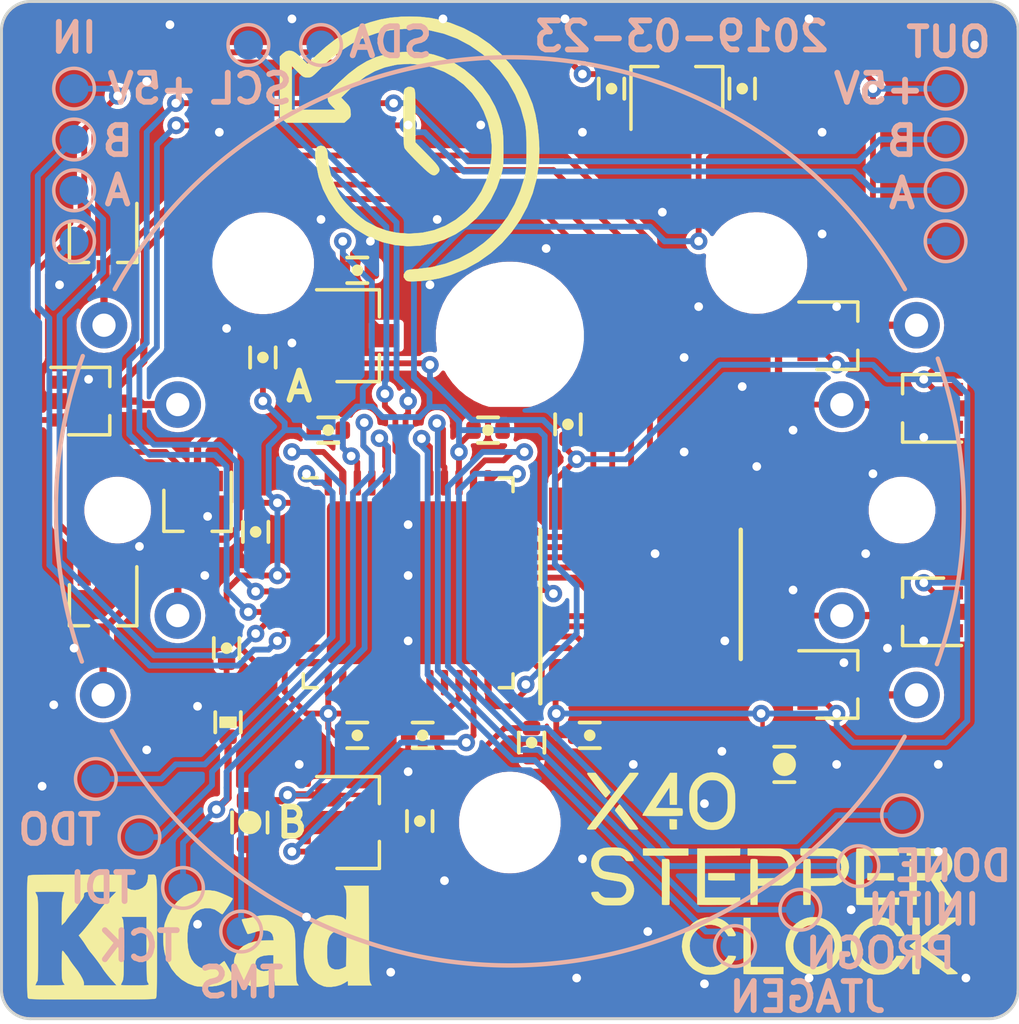
<source format=kicad_pcb>
(kicad_pcb (version 20221018) (generator pcbnew)
  (title_block (date "sam. 04 avril 2015"))
  (layers (0 "F.Cu" signal) (31 "B.Cu" signal) (34 "B.Paste" user) (35 "F.Paste" user) (36 "B.SilkS" user "B.Silkscreen") (37 "F.SilkS" user "F.Silkscreen") (38 "B.Mask" user) (39 "F.Mask" user) (44 "Edge.Cuts" user))
  (net 0 "")
  (net 1 "GND")
  (net 2 "+5V")
  (net 3 "Net-(U1-Pad20)")
  (net 4 "Net-(U1-Pad19)")
  (net 5 "Net-(U1-Pad18)")
  (net 6 "Net-(U1-Pad17)")
  (net 7 "Net-(U1-Pad16)")
  (net 8 "Net-(U1-Pad15)")
  (net 9 "Net-(U1-Pad14)")
  (net 10 "Net-(U1-Pad12)")
  (net 11 "Net-(U1-Pad11)")
  (net 12 "+3V3")
  (net 13 "Net-(U1-Pad5)")
  (net 14 "Net-(U1-Pad4)")
  (net 15 "Net-(U1-Pad3)")
  (net 16 "Net-(U1-Pad2)")
  (net 17 "Net-(U1-Pad21)")
  (net 18 "Net-(U1-Pad23)")
  (net 19 "Net-(U1-Pad24)")
  (net 20 "Net-(U1-Pad26)")
  (net 21 "Net-(U1-Pad27)")
  (net 22 "Net-(U1-Pad28)")
  (net 23 "Net-(U1-Pad29)")
  (net 24 "Net-(U1-Pad31)")
  (net 25 "Net-(U1-Pad32)")
  (net 26 "Net-(U1-Pad33)")
  (net 27 "Net-(U1-Pad34)")
  (net 28 "Net-(U1-Pad35)")
  (net 29 "Net-(U1-Pad36)")
  (net 30 "Net-(TP1-Pad1)")
  (net 31 "Net-(TP2-Pad1)")
  (net 32 "Net-(TP3-Pad1)")
  (net 33 "Net-(TP4-Pad1)")
  (net 34 "Net-(TP5-Pad1)")
  (net 35 "Net-(TP6-Pad1)")
  (net 36 "Net-(TP7-Pad1)")
  (net 37 "Net-(TP8-Pad1)")
  (net 38 "Net-(TP9-Pad1)")
  (net 39 "Net-(TP10-Pad1)")
  (net 40 "Net-(TP11-Pad1)")
  (net 41 "Net-(TP13-Pad1)")
  (net 42 "Net-(TP14-Pad1)")
  (net 43 "Net-(D1-Pad3)")
  (net 44 "Net-(D2-Pad3)")
  (net 45 "Net-(D3-Pad3)")
  (net 46 "Net-(D4-Pad3)")
  (net 47 "Net-(D5-Pad3)")
  (net 48 "Net-(D6-Pad3)")
  (net 49 "Net-(D7-Pad3)")
  (net 50 "Net-(D8-Pad3)")
  (net 51 "Net-(R1-Pad1)")
  (footprint "gkl_misc:X40-stepper" (layer "F.Cu") (at 125 98.7)
    (fp_text reference "MOT1" hide)
    (fp_text value "X40-stepper" hide)
  )
  (footprint "Package_SO:TSSOP-20_4.4x6.5mm_P0.65mm" (layer "F.Cu") (at 129.5 101.6 90)
    (fp_text reference "U2" hide)
    (fp_text value "74ACT245" hide)
  )
  (footprint "Package_DFN_QFN:QFN-48-1EP_7x7mm_P0.5mm_EP5.6x5.6mm" (layer "F.Cu") (at 121.5 101.2)
    (fp_text reference "U1" hide)
    (fp_text value "MachX02-640" hide)
  )
  (footprint "Package_TO_SOT_SMD:SOT-23" (layer "F.Cu") (at 119.75 109.45)
    (fp_text reference "U4" hide)
    (fp_text value "TCS40D" hide)
  )
  (footprint "Package_TO_SOT_SMD:SOT-23" (layer "F.Cu") (at 119.75 92.7)
    (fp_text reference "U5" hide)
    (fp_text value "TCS40D" hide)
  )
  (footprint "pkl_dipol:C_0402" (layer "F.Cu") (at 121.9 109.4 -90)
    (fp_text reference "C1" hide)
    (fp_text value "100nF" hide)
  )
  (footprint "pkl_dipol:C_0402" (layer "F.Cu") (at 119.75 90.45)
    (fp_text reference "C2" hide)
    (fp_text value "100nF" hide)
  )
  (footprint "pkl_dipol:C_0402" (layer "F.Cu") (at 128.5 84.2 -90)
    (fp_text reference "C3" hide)
    (fp_text value "100nF" hide)
  )
  (footprint "pkl_dipol:C_0402" (layer "F.Cu") (at 133 84.2 90)
    (fp_text reference "C4" hide)
    (fp_text value "100nF" hide)
  )
  (footprint "pkl_dipol:C_0402" (layer "F.Cu") (at 127.75 106.45)
    (fp_text reference "C5" hide)
    (fp_text value "100nF" hide)
  )
  (footprint "pkl_dipol:C_0402" (layer "F.Cu") (at 125.75 106.7 -90)
    (fp_text reference "C6" hide)
    (fp_text value "100nF" hide)
  )
  (footprint "pkl_dipol:C_0402" (layer "F.Cu") (at 127 95.75 90)
    (fp_text reference "C7" hide)
    (fp_text value "100nF" hide)
  )
  (footprint "pkl_dipol:C_0402" (layer "F.Cu") (at 116.25 99.45 -90)
    (fp_text reference "C8" hide)
    (fp_text value "100nF" hide)
  )
  (footprint "pkl_dipol:C_0402" (layer "F.Cu") (at 124.25 95.95)
    (fp_text reference "C9" hide)
    (fp_text value "100nF" hide)
  )
  (footprint "pkl_dipol:C_0402" (layer "F.Cu") (at 116.5 93.45 90)
    (fp_text reference "C10" hide)
    (fp_text value "100nF" hide)
  )
  (footprint "pkl_dipol:C_0402" (layer "F.Cu") (at 119.75 106.45)
    (fp_text reference "C11" hide)
    (fp_text value "100nF" hide)
  )
  (footprint "pkl_dipol:C_0402" (layer "F.Cu") (at 122 106.45 180)
    (fp_text reference "C12" hide)
    (fp_text value "100nF" hide)
  )
  (footprint "pkl_dipol:C_0402" (layer "F.Cu") (at 115.25 103.45 -90)
    (fp_text reference "C13" hide)
    (fp_text value "100nF" hide)
  )
  (footprint "pkl_dipol:C_0402" (layer "F.Cu") (at 118.75 95.95 180)
    (fp_text reference "C14" hide)
    (fp_text value "100nF" hide)
  )
  (footprint "Package_TO_SOT_SMD:SOT-23" (layer "F.Cu") (at 130.75 84.2 90)
    (fp_text reference "U3" hide)
    (fp_text value "MCP1703A" hide)
  )
  (footprint "Package_TO_SOT_SMD:SOT-323_SC-70" (layer "F.Cu") (at 114.25 98.7 -90)
    (fp_text reference "D1" hide)
    (fp_text value "BAT54S" hide)
  )
  (footprint "Package_TO_SOT_SMD:SOT-323_SC-70" (layer "F.Cu") (at 111 101.95 -90)
    (fp_text reference "D2" hide)
    (fp_text value "BAT54S" hide)
  )
  (footprint "Package_TO_SOT_SMD:SOT-323_SC-70" (layer "F.Cu") (at 110.5 94.95)
    (fp_text reference "D3" hide)
    (fp_text value "BAT54S" hide)
  )
  (footprint "Package_TO_SOT_SMD:SOT-323_SC-70" (layer "F.Cu") (at 111 89.45 -90)
    (fp_text reference "D4" hide)
    (fp_text value "BAT54S" hide)
  )
  (footprint "Package_TO_SOT_SMD:SOT-323_SC-70" (layer "F.Cu") (at 136.25 104.7)
    (fp_text reference "D5" hide)
    (fp_text value "BAT54S" hide)
  )
  (footprint "Package_TO_SOT_SMD:SOT-323_SC-70" (layer "F.Cu") (at 139.25 102.2 180)
    (fp_text reference "D6" hide)
    (fp_text value "BAT54S" hide)
  )
  (footprint "Package_TO_SOT_SMD:SOT-323_SC-70" (layer "F.Cu") (at 136.25 92.7)
    (fp_text reference "D7" hide)
    (fp_text value "BAT54S" hide)
  )
  (footprint "Package_TO_SOT_SMD:SOT-323_SC-70" (layer "F.Cu") (at 139.25 95.2 180)
    (fp_text reference "D8" hide)
    (fp_text value "BAT54S" hide)
  )
  (footprint "pkl_dipol:C_0603" (layer "F.Cu") (at 116.05 109.45 -90)
    (fp_text reference "C15" hide)
    (fp_text value "1uF" hide)
  )
  (footprint "pkl_dipol:C_0603" (layer "F.Cu") (at 134.45 107.45)
    (fp_text reference "C16" hide)
    (fp_text value "1uF" hide)
  )
  (footprint "Clock_logo" (layer "F.Cu") (at 121.75 86.45)
    (fp_text reference "G***" hide)
    (fp_text value "LOGO" hide)
  )
  (footprint "Clock_name" (layer "F.Cu") (at 134 111.2)
    (fp_text reference "G***" hide)
    (fp_text value "LOGO" hide)
  )
  (footprint "gkl_logos:gsd_logo_small" (layer "F.Cu") (at 124.9 115)
    (fp_text reference "G***" hide)
    (fp_text value "LOGO" hide)
  )
  (footprint "gkl_logos:oshw_small" (layer "F.Cu") (at 124.9 112.8)
    (fp_text reference "G***" hide)
    (fp_text value "LOGO" hide)
  )
  (footprint "pkl_dipol:R_0402" (layer "F.Cu") (at 115.3 106 90)
    (fp_text reference "R1")
    (fp_text value "4k7")
  )
  (footprint "Symbol:Symbol_KiCAD-Logo_CopperAndSilkScreenTop" (layer "F.Cu") (at 114.3 113.2)
    (fp_text reference "REF**" hide)
    (fp_text value "KiCAD Logo" hide)
  )
  (footprint "TestPoint:TestPoint_Pad_D1.0mm" (layer "B.Cu") (at 140 87.7)
    (fp_text reference "TP1" hide)
    (fp_text value "TP_OUT_A" hide)
  )
  (footprint "TestPoint:TestPoint_Pad_D1.0mm" (layer "B.Cu") (at 140 85.95)
    (fp_text reference "TP2" hide)
    (fp_text value "TP_OUT_B" hide)
  )
  (footprint "TestPoint:TestPoint_Pad_D1.0mm" (layer "B.Cu") (at 110 87.7)
    (fp_text reference "TP3" hide)
    (fp_text value "TP_IN_A" hide)
  )
  (footprint "TestPoint:TestPoint_Pad_D1.0mm" (layer "B.Cu") (at 110 85.95)
    (fp_text reference "TP4" hide)
    (fp_text value "TP_IN_B" hide)
  )
  (footprint "TestPoint:TestPoint_Pad_D1.0mm" (layer "B.Cu") (at 118.5 82.7)
    (fp_text reference "TP5" hide)
    (fp_text value "TP_I2C_SDA" hide)
  )
  (footprint "TestPoint:TestPoint_Pad_D1.0mm" (layer "B.Cu") (at 116 82.7)
    (fp_text reference "TP6" hide)
    (fp_text value "TP_I2C_SCL" hide)
  )
  (footprint "TestPoint:TestPoint_Pad_D1.0mm" (layer "B.Cu") (at 138.5 109.2)
    (fp_text reference "TP7" hide)
    (fp_text value "TP_DONE" hide)
  )
  (footprint "TestPoint:TestPoint_Pad_D1.0mm" (layer "B.Cu") (at 137 110.95)
    (fp_text reference "TP8" hide)
    (fp_text value "TP_INITN" hide)
  )
  (footprint "TestPoint:TestPoint_Pad_D1.0mm" (layer "B.Cu") (at 135 112.45)
    (fp_text reference "TP9" hide)
    (fp_text value "TP_PROGRAMN" hide)
  )
  (footprint "TestPoint:TestPoint_Pad_D1.0mm" (layer "B.Cu") (at 132.75 113.7)
    (fp_text reference "TP10" hide)
    (fp_text value "TP_JTAGEN" hide)
  )
  (footprint "TestPoint:TestPoint_Pad_D1.0mm" (layer "B.Cu") (at 115.75 113.2)
    (fp_text reference "TP11" hide)
    (fp_text value "TP_TMS" hide)
  )
  (footprint "TestPoint:TestPoint_Pad_D1.0mm" (layer "B.Cu") (at 113.75 111.7)
    (fp_text reference "TP12" hide)
    (fp_text value "TP_TCK" hide)
  )
  (footprint "TestPoint:TestPoint_Pad_D1.0mm" (layer "B.Cu") (at 112.25 109.95)
    (fp_text reference "TP13" hide)
    (fp_text value "TP_TDI" hide)
  )
  (footprint "TestPoint:TestPoint_Pad_D1.0mm" (layer "B.Cu") (at 110.75 107.95)
    (fp_text reference "TP14" hide)
    (fp_text value "TP_TDO" hide)
  )
  (footprint "TestPoint:TestPoint_Pad_D1.0mm" (layer "B.Cu") (at 140 84.2)
    (fp_text reference "TP15" hide)
    (fp_text value "TP_VCC" hide)
  )
  (footprint "TestPoint:TestPoint_Pad_D1.0mm" (layer "B.Cu") (at 110 84.2)
    (fp_text reference "TP16" hide)
    (fp_text value "TP_VCC" hide)
  )
  (footprint "TestPoint:TestPoint_Pad_D1.0mm" (layer "B.Cu") (at 140 89.45)
    (fp_text reference "TP17" hide)
    (fp_text value "TP_GND" hide)
  )
  (footprint "TestPoint:TestPoint_Pad_D1.0mm" (layer "B.Cu") (at 110 89.45)
    (fp_text reference "TP18" hide)
    (fp_text value "TP_GND" hide)
  )
  (gr_line (start 107.5 115.2) (end 107.5 82.2) (stroke (width 0.1)) (layer "Edge.Cuts"))
  (gr_arc (start 141.5 81.2) (mid 142.207107 81.492893) (end 142.5 82.2) (stroke (width 0.1)) (layer "Edge.Cuts"))
  (gr_arc (start 142.5 115.2) (mid 142.207107 115.907107) (end 141.5 116.2) (stroke (width 0.1)) (layer "Edge.Cuts"))
  (gr_arc (start 108.5 116.2) (mid 107.792893 115.907107) (end 107.5 115.2) (stroke (width 0.1)) (layer "Edge.Cuts"))
  (gr_line (start 142.5 82.2) (end 142.5 115.2) (stroke (width 0.1)) (layer "Edge.Cuts"))
  (gr_line (start 108.5 81.2) (end 141.5 81.2) (stroke (width 0.1)) (layer "Edge.Cuts"))
  (gr_arc (start 107.5 82.2) (mid 107.792893 81.492893) (end 108.5 81.2) (stroke (width 0.1)) (layer "Edge.Cuts"))
  (gr_line (start 141.5 116.2) (end 108.5 116.2) (stroke (width 0.1)) (layer "Edge.Cuts"))
  (gr_text "+5V" (at 112.7 84.2) (layer "B.SilkS") (effects (font (size 1 1) (thickness 0.2)) (justify mirror)))
  (gr_text "+5V" (at 137.7 84.2) (layer "B.SilkS") (effects (font (size 1 1) (thickness 0.2)) (justify mirror)))
  (gr_text "2019-03-23" (at 130.9 82.4) (layer "B.SilkS") (effects (font (size 1 1) (thickness 0.2)) (justify mirror)))
  (gr_text "TCK" (at 112.25 113.7) (layer "B.SilkS") (effects (font (size 1 1) (thickness 0.2)) (justify mirror)))
  (gr_text "TMS" (at 115.75 114.95) (layer "B.SilkS") (effects (font (size 1 1) (thickness 0.2)) (justify mirror)))
  (gr_text "JTAGEN" (at 135.25 115.45) (layer "B.SilkS") (effects (font (size 1 1) (thickness 0.2)) (justify mirror)))
  (gr_text "PROGN" (at 137.75 113.95) (layer "B.SilkS") (effects (font (size 1 1) (thickness 0.2)) (justify mirror)))
  (gr_text "INITN" (at 139.25 112.45) (layer "B.SilkS") (effects (font (size 1 1) (thickness 0.2)) (justify mirror)))
  (gr_text "DONE" (at 140.25 110.95) (layer "B.SilkS") (effects (font (size 1 1) (thickness 0.2)) (justify mirror)))
  (gr_text "OUT" (at 140.1 82.6) (layer "B.SilkS") (effects (font (size 1 1) (thickness 0.2)) (justify mirror)))
  (gr_text "B" (at 138.5 86) (layer "B.SilkS") (effects (font (size 1 1) (thickness 0.2)) (justify mirror)))
  (gr_text "A" (at 138.5 87.8) (layer "B.SilkS") (effects (font (size 1 1) (thickness 0.2)) (justify mirror)))
  (gr_text "IN" (at 110 82.45) (layer "B.SilkS") (effects (font (size 1 1) (thickness 0.2)) (justify mirror)))
  (gr_text "A" (at 111.5 87.7) (layer "B.SilkS") (effects (font (size 1 1) (thickness 0.2)) (justify mirror)))
  (gr_text "B" (at 111.5 86) (layer "B.SilkS") (effects (font (size 1 1) (thickness 0.2)) (justify mirror)))
  (gr_text "SDA" (at 120.9 82.6) (layer "B.SilkS") (effects (font (size 1 1) (thickness 0.2)) (justify mirror)))
  (gr_text "SCL" (at 116.1 84.2) (layer "B.SilkS") (effects (font (size 1 1) (thickness 0.2)) (justify mirror)))
  (gr_text "TDI" (at 111 111.7) (layer "B.SilkS") (effects (font (size 1 1) (thickness 0.2)) (justify mirror)))
  (gr_text "TDO" (at 109.5 109.7) (layer "B.SilkS") (effects (font (size 1 1) (thickness 0.2)) (justify mirror)))
  (gr_text "A" (at 117.75 94.45) (layer "F.SilkS") (effects (font (size 1 1) (thickness 0.2))))
  (gr_text "B" (at 117.5 109.45) (layer "F.SilkS") (effects (font (size 1 1) (thickness 0.2))))
  (segment (start 117.75 107.45) (end 121 107.45) (width 0.2) (layer "F.Cu") (net 1))
  (segment (start 121.5 107.7) (end 121.25 107.7) (width 0.2) (layer "F.Cu") (net 1))
  (segment (start 129.25 107.45) (end 129.25 107.7) (width 0.2) (layer "F.Cu") (net 1))
  (segment (start 126.2 95.25) (end 127 95.25) (width 0.2) (layer "F.Cu") (net 1))
  (segment (start 132 83.7) (end 133 83.7) (width 0.25) (layer "F.Cu") (net 1))
  (segment (start 121.9 110.6) (end 122.75 111.45) (width 0.15) (layer "F.Cu") (net 1))
  (segment (start 121.9 109.9) (end 121.9 110.6) (width 0.15) (layer "F.Cu") (net 1))
  (segment (start 115.25 103.95) (end 115.25 104.7) (width 0.2) (layer "F.Cu") (net 1))
  (segment (start 126.5 107.2) (end 125.75 107.2) (width 0.2) (layer "F.Cu") (net 1))
  (segment (start 129.25 106.95) (end 129.25 107.45) (width 0.2) (layer "F.Cu") (net 1))
  (segment (start 129.8 85.2) (end 129 85.2) (width 0.25) (layer "F.Cu") (net 1))
  (segment (start 129.8 84.5) (end 130.1 84.2) (width 0.25) (layer "F.Cu") (net 1))
  (segment (start 111.65 100.95) (end 111.65 100.55) (width 0.2) (layer "F.Cu") (net 1))
  (segment (start 140.25 102.85) (end 139.6 102.85) (width 0.2) (layer "F.Cu") (net 1))
  (segment (start 135.9 92.05) (end 136.25 91.7) (width 0.2) (layer "F.Cu") (net 1))
  (segment (start 129.25 107.7) (end 129 107.95) (width 0.2) (layer "F.Cu") (net 1))
  (segment (start 127.25 107.95) (end 126.5 107.2) (width 0.2) (layer "F.Cu") (net 1))
  (segment (start 129.25 106.7) (end 129.25 106.95) (width 0.2) (layer "F.Cu") (net 1))
  (segment (start 110.25 89.7) (end 109.5 90.45) (width 0.2) (layer "F.Cu") (net 1))
  (segment (start 124.25 107.7) (end 121.5 107.7) (width 0.2) (layer "F.Cu") (net 1))
  (segment (start 129 107.95) (end 127.25 107.95) (width 0.2) (layer "F.Cu") (net 1))
  (segment (start 109.5 90.45) (end 109.5 94.3) (width 0.2) (layer "F.Cu") (net 1))
  (segment (start 120.25 106.45) (end 120.25 107.2) (width 0.2) (layer "F.Cu") (net 1))
  (segment (start 114.9 97.7) (end 114.9 98.613173) (width 0.2) (layer "F.Cu") (net 1))
  (segment (start 132.425 104.55) (end 132.425 103.225) (width 0.2) (layer "F.Cu") (net 1))
  (segment (start 140.25 95.85) (end 139.6 95.85) (width 0.2) (layer "F.Cu") (net 1))
  (segment (start 132.425 106.275) (end 131.75 106.95) (width 0.2) (layer "F.Cu") (net 1))
  (segment (start 124.75 95.95) (end 125.5 95.95) (width 0.2) (layer "F.Cu") (net 1))
  (segment (start 120.75 110.45) (end 120.25 110.95) (width 0.2) (layer "F.Cu") (net 1))
  (segment (start 116.5 92.95) (end 117.5 92.95) (width 0.2) (layer "F.Cu") (net 1))
  (segment (start 139.6 102.85) (end 139.25 103.2) (width 0.2) (layer "F.Cu") (net 1))
  (segment (start 109.5 94.3) (end 110.4 94.3) (width 0.2) (layer "F.Cu") (net 1))
  (segment (start 120.75 107.2) (end 121 107.45) (width 0.2) (layer "F.Cu") (net 1))
  (segment (start 115.85 99.95) (end 115.35 100.45) (width 0.2) (layer "F.Cu") (net 1))
  (segment (start 135.25 92.05) (end 135.9 92.05) (width 0.2) (layer "F.Cu") (net 1))
  (segment (start 117.5 107.45) (end 117.75 107.45) (width 0.2) (layer "F.Cu") (net 1))
  (segment (start 116.25 99.95) (end 115.85 99.95) (width 0.2) (layer "F.Cu") (net 1))
  (segment (start 139.6 95.85) (end 139.25 96.2) (width 0.2) (layer "F.Cu") (net 1))
  (segment (start 129 85.2) (end 128.5 84.7) (width 0.25) (layer "F.Cu") (net 1))
  (segment (start 130.1 84.2) (end 131.5 84.2) (width 0.25) (layer "F.Cu") (net 1))
  (segment (start 121.25 107.7) (end 121 107.45) (width 0.2) (layer "F.Cu") (net 1))
  (segment (start 135.25 104.05) (end 136.4 104.05) (width 0.2) (layer "F.Cu") (net 1))
  (segment (start 135.2 107.45) (end 136.25 107.45) (width 0.15) (layer "F.Cu") (net 1))
  (segment (start 121.5 106.45) (end 121.5 107.2) (width 0.2) (layer "F.Cu") (net 1))
  (segment (start 132.425 104.55) (end 132.425 106.275) (width 0.2) (layer "F.Cu") (net 1))
  (segment (start 124.75 107.2) (end 124.25 107.7) (width 0.2) (layer "F.Cu") (net 1))
  (segment (start 120.25 89.5) (end 120.2 89.45) (width 0.2) (layer "F.Cu") (net 1))
  (segment (start 116.05 111.3) (end 117.45 112.7) (width 0.25) (layer "F.Cu") (net 1))
  (segment (start 128.25 106.45) (end 129 106.45) (width 0.2) (layer "F.Cu") (net 1))
  (segment (start 125.5 95.95) (end 126.2 95.25) (width 0.2) (layer "F.Cu") (net 1))
  (segment (start 120.75 109.45) (end 120.75 110.45) (width 0.2) (layer "F.Cu") (net 1))
  (segment (start 131.5 84.2) (end 132 83.7) (width 0.25) (layer "F.Cu") (net 1))
  (segment (start 125.75 107.2) (end 124.75 107.2) (width 0.2) (layer "F.Cu") (net 1))
  (segment (start 122.985996 95.25) (end 121.885994 94.149998) (width 0.2) (layer "F.Cu") (net 1))
  (segment (start 131.75 106.95) (end 129.25 106.95) (width 0.2) (layer "F.Cu") (net 1))
  (segment (start 115.3 104.75) (end 115.25 104.7) (width 0.25) (layer "F.Cu") (net 1))
  (segment (start 129.8 85.2) (end 129.8 84.5) (width 0.25) (layer "F.Cu") (net 1))
  (segment (start 111.65 88.45) (end 111.65 89) (width 0.2) (layer "F.Cu") (net 1))
  (segment (start 121.885994 94.149998) (end 120.050002 94.149998) (width 0.2) (layer "F.Cu") (net 1))
  (segment (start 120.25 107.2) (end 120.75 107.2) (width 0.2) (layer "F.Cu") (net 1))
  (segment (start 120.25 90.45) (end 120.25 92.2) (width 0.2) (layer "F.Cu") (net 1))
  (segment (start 129 106.45) (end 129.25 106.7) (width 0.2) (layer "F.Cu") (net 1))
  (segment (start 114.9 98.613173) (end 114.59647 98.916703) (width 0.2) (layer "F.Cu") (net 1))
  (segment (start 117.45 112.7) (end 118 112.7) (width 0.25) (layer "F.Cu") (net 1))
  (segment (start 120.25 90.45) (end 120.25 89.5) (width 0.2) (layer "F.Cu") (net 1))
  (segment (start 120.050002 94.149998) (end 118.555457 95.644543) (width 0.2) (layer "F.Cu") (net 1))
  (segment (start 126.2 95.25) (end 122.985996 95.25) (width 0.2) (layer "F.Cu") (net 1))
  (segment (start 111.65 89) (end 110.95 89.7) (width 0.2) (layer "F.Cu") (net 1))
  (segment (start 120.25 92.2) (end 120.75 92.7) (width 0.2) (layer "F.Cu") (net 1))
  (segment (start 110.95 89.7) (end 110.25 89.7) (width 0.2) (layer "F.Cu") (net 1))
  (segment (start 116.05 110.2) (end 116.05 111.3) (width 0.25) (layer "F.Cu") (net 1))
  (segment (start 110.4 94.3) (end 110.5 94.2) (width 0.2) (layer "F.Cu") (net 1))
  (segment (start 116.25 106.2) (end 117.5 107.45) (width 0.2) (layer "F.Cu") (net 1))
  (segment (start 132.425 103.225) (end 132.4 103.2) (width 0.2) (layer "F.Cu") (net 1))
  (segment (start 120.25 110.95) (end 120.25 111.7) (width 0.2) (layer "F.Cu") (net 1))
  (segment (start 118.555457 95.644543) (end 118.25 95.95) (width 0.2) (layer "F.Cu") (net 1))
  (segment (start 115.3 105.5) (end 115.3 104.75) (width 0.25) (layer "F.Cu") (net 1))
  (segment (start 136.4 104.05) (end 136.5 103.95) (width 0.2) (layer "F.Cu") (net 1))
  (segment (start 111.65 100.55) (end 112.25 99.95) (width 0.2) (layer "F.Cu") (net 1))
  (via (at 121.5 100.95) (size 0.6) (drill 0.3) (layers "F.Cu" "B.Cu") (net 1))
  (via (at 121.5 103.2) (size 0.6) (drill 0.3) (layers "F.Cu" "B.Cu") (net 1))
  (via (at 118.5 88.7) (size 0.6) (drill 0.3) (layers "F.Cu" "B.Cu") (net 1))
  (via (at 122.5 88.7) (size 0.6) (drill 0.3) (layers "F.Cu" "B.Cu") (net 1))
  (via (at 122.25 90.95) (size 0.6) (drill 0.3) (layers "F.Cu" "B.Cu") (net 1))
  (via (at 126.25 89.7) (size 0.6) (drill 0.3) (layers "F.Cu" "B.Cu") (net 1))
  (via (at 130.25 88.45) (size 0.6) (drill 0.3) (layers "F.Cu" "B.Cu") (net 1))
  (via (at 131.5 91.7) (size 0.6) (drill 0.3) (layers "F.Cu" "B.Cu") (net 1))
  (via (at 135.75 89.2) (size 0.6) (drill 0.3) (layers "F.Cu" "B.Cu") (net 1))
  (via (at 134.75 95.95) (size 0.6) (drill 0.3) (layers "F.Cu" "B.Cu") (net 1))
  (via (at 133.5 97.2) (size 0.6) (drill 0.3) (layers "F.Cu" "B.Cu") (net 1))
  (via (at 134.75 101.45) (size 0.6) (drill 0.3) (layers "F.Cu" "B.Cu") (net 1))
  (via (at 130 100.2) (size 0.6) (drill 0.3) (layers "F.Cu" "B.Cu") (net 1))
  (via (at 138 103.45) (size 0.6) (drill 0.3) (layers "F.Cu" "B.Cu") (net 1))
  (via (at 137.25 100.2) (size 0.6) (drill 0.3) (layers "F.Cu" "B.Cu") (net 1))
  (via (at 137.5 97.45) (size 0.6) (drill 0.3) (layers "F.Cu" "B.Cu") (net 1))
  (via (at 124 85.45) (size 0.6) (drill 0.3) (layers "F.Cu" "B.Cu") (net 1))
  (via (at 115 85.7) (size 0.6) (drill 0.3) (layers "F.Cu" "B.Cu") (net 1))
  (via (at 112.5 83.95) (size 0.6) (drill 0.3) (layers "F.Cu" "B.Cu") (net 1))
  (via (at 127.5 85.7) (size 0.6) (drill 0.3) (layers "F.Cu" "B.Cu") (net 1))
  (via (at 135.75 85.7) (size 0.6) (drill 0.3) (layers "F.Cu" "B.Cu") (net 1))
  (via (at 141 82.7) (size 0.6) (drill 0.3) (layers "F.Cu" "B.Cu") (net 1))
  (via (at 112.25 99.95) (size 0.6) (drill 0.3) (layers "F.Cu" "B.Cu") (net 1))
  (via (at 117.75 107.45) (size 0.6) (drill 0.3) (layers "F.Cu" "B.Cu") (net 1))
  (via (at 131.7 108.8) (size 0.6) (drill 0.3) (layers "F.Cu" "B.Cu") (net 1))
  (via (at 135.3 114.8) (size 0.6) (drill 0.3) (layers "F.Cu" "B.Cu") (net 1))
  (via (at 118 112.7) (size 0.6) (drill 0.3) (layers "F.Cu" "B.Cu") (net 1))
  (via (at 136.5 103.95) (size 0.6) (drill 0.3) (layers "F.Cu" "B.Cu") (net 1))
  (via (at 122.75 111.45) (size 0.6) (drill 0.3) (layers "F.Cu" "B.Cu") (net 1))
  (via (at 136.25 107.45) (size 0.6) (drill 0.3) (layers "F.Cu" "B.Cu") (net 1))
  (via (at 120.9 114.6) (size 0.6) (drill 0.3) (layers "F.Cu" "B.Cu") (net 1))
  (via (at 139.75 107.45) (size 0.6) (drill 0.3) (layers "F.Cu" "B.Cu") (net 1))
  (via (at 113.3 82) (size 0.6) (drill 0.3) (layers "F.Cu" "B.Cu") (net 1))
  (via (at 109.3 105.4) (size 0.6) (drill 0.3) (layers "F.Cu" "B.Cu") (net 1))
  (via (at 139.75 110.45) (size 0.6) (drill 0.3) (layers "F.Cu" "B.Cu") (net 1))
  (via (at 136.75 112.45) (size 0.6) (drill 0.3) (layers "F.Cu" "B.Cu") (net 1))
  (via (at 129.25 107.45) (size 0.6) (drill 0.3) (layers "F.Cu" "B.Cu") (net 1))
  (via (at 109.5 90.949994) (size 0.6) (drill 0.3) (layers "F.Cu" "B.Cu") (net 1))
  (via (at 114.5 100.95) (size 0.6) (drill 0.3) (layers "F.Cu" "B.Cu") (net 1))
  (via (at 133 94.45) (size 0.6) (drill 0.3) (layers "F.Cu" "B.Cu") (net 1))
  (via (at 131.7 115) (size 0.6) (drill 0.3) (layers "F.Cu" "B.Cu") (net 1))
  (via (at 126.9 81.8) (size 0.6) (drill 0.3) (layers "F.Cu" "B.Cu") (net 1))
  (via (at 135.3 81.8) (size 0.6) (drill 0.3) (layers "F.Cu" "B.Cu") (net 1))
  (via (at 131 93.45) (size 0.6) (drill 0.3) (layers "F.Cu" "B.Cu") (net 1))
  (via (at 117.5 92.95) (size 0.6) (drill 0.3) (layers "F.Cu" "B.Cu") (net 1))
  (via (at 127.5 110.7) (size 0.6) (drill 0.3) (layers "F.Cu" "B.Cu") (net 1))
  (via (at 129.75 113.2) (size 0.6) (drill 0.3) (layers "F.Cu" "B.Cu") (net 1))
  (via (at 132.3 107) (size 0.6) (drill 0.3) (layers "F.Cu" "B.Cu") (net 1))
  (via (at 131 96.7) (size 0.6) (drill 0.3) (layers "F.Cu" "B.Cu") (net 1))
  (via (at 114.25 105.45) (size 0.6) (drill 0.3) (layers "F.Cu" "B.Cu") (net 1))
  (via (at 112.5 106.95) (size 0.6) (drill 0.3) (layers "F.Cu" "B.Cu") (net 1))
  (via (at 132.4 103.2) (size 0.6) (drill 0.3) (layers "F.Cu" "B.Cu") (net 1))
  (via (at 136.25 91.7) (size 0.6) (drill 0.3) (layers "F.Cu" "B.Cu") (net 1))
  (via (at 108.9 108.2) (size 0.6) (drill 0.3) (layers "F.Cu" "B.Cu") (net 1))
  (via (at 110.5 94.2) (size 0.6) (drill 0.3) (layers "F.Cu" "B.Cu") (net 1))
  (via (at 121.5 107.7) (size 0.6) (drill 0.3) (layers "F.Cu" "B.Cu") (net 1))
  (via (at 139.25 96.2) (size 0.6) (drill 0.3) (layers "F.Cu" "B.Cu") (net 1))
  (via (at 140.7 114.8) (size 0.6) (drill 0.3) (layers "F.Cu" "B.Cu") (net 1))
  (via (at 117.5 81.8) (size 0.6) (drill 0.3) (layers "F.Cu" "B.Cu") (net 1))
  (via (at 115.25 92.45) (size 0.6) (drill 0.3) (layers "F.Cu" "B.Cu") (net 1))
  (via (at 122.7 81.8) (size 0.6) (drill 0.3) (layers "F.Cu" "B.Cu") (net 1))
  (via (at 139.25 103.2) (size 0.6) (drill 0.3) (layers "F.Cu" "B.Cu") (net 1))
  (via (at 114.25 112.95) (size 0.6) (drill 0.3) (layers "F.Cu" "B.Cu") (net 1))
  (via (at 127.3 114.8) (size 0.6) (drill 0.3) (layers "F.Cu" "B.Cu") (net 1))
  (via (at 120.2 89.45) (size 0.6) (drill 0.3) (layers "F.Cu" "B.Cu") (net 1))
  (via (at 110 103.45) (size 0.6) (drill 0.3) (layers "F.Cu" "B.Cu") (net 1))
  (via (at 114.59647 98.916703) (size 0.6) (drill 0.3) (layers "F.Cu" "B.Cu") (net 1))
  (via (at 121.5 99.2) (size 0.6) (drill 0.3) (layers "F.Cu" "B.Cu") (net 1))
  (segment (start 138 89.2) (end 135.75 89.2) (width 0.2) (layer "B.Cu") (net 1))
  (segment (start 109.5 90.52573) (end 109.5 90.949994) (width 0.2) (layer "B.Cu") (net 1))
  (segment (start 138.25 89.45) (end 138 89.2) (width 0.2) (layer "B.Cu") (net 1))
  (segment (start 114.59647 98.916703) (end 113.563173 99.95) (width 0.2) (layer "B.Cu") (net 1))
  (segment (start 110 89.45) (end 109.5 89.95) (width 0.2) (layer "B.Cu") (net 1))
  (segment (start 140 89.45) (end 138.25 89.45) (width 0.2) (layer "B.Cu") (net 1))
  (segment (start 113.563173 99.95) (end 112.25 99.95) (width 0.2) (layer "B.Cu") (net 1))
  (segment (start 109.5 89.95) (end 109.5 90.52573) (width 0.2) (layer "B.Cu") (net 1))
  (segment (start 140.25 101.55) (end 139.6 101.55) (width 0.2) (layer "F.Cu") (net 2))
  (segment (start 110.35 88.85) (end 110.35 88.45) (width 0.2) (layer "F.Cu") (net 2))
  (segment (start 133.7 107.45) (end 133.7 105.75) (width 0.15) (layer "F.Cu") (net 2))
  (segment (start 110.35 85.6) (end 110.35 88.45) (width 0.2) (layer "F.Cu") (net 2))
  (segment (start 139.6 101.55) (end 139.25 101.2) (width 0.2) (layer "F.Cu") (net 2))
  (segment (start 128.5 83.7) (end 127.5 83.7) (width 0.2) (layer "F.Cu") (net 2))
  (segment (start 108.75 93.45) (end 108.75 90.45) (width 0.2) (layer "F.Cu") (net 2))
  (segment (start 112.5 82.95) (end 126.75 82.95) (width 0.2) (layer "F.Cu") (net 2))
  (segment (start 137.5 89.7) (end 138.5 90.7) (width 0.2) (layer "F.Cu") (net 2))
  (segment (start 126.75 82.95) (end 127.5 83.7) (width 0.2) (layer "F.Cu") (net 2))
  (segment (start 140.25 94.55) (end 139.6 94.55) (width 0.2) (layer "F.Cu") (net 2))
  (segment (start 135.25 105.35) (end 135.9 105.35) (width 0.2) (layer "F.Cu") (net 2))
  (segment (start 126.575 105.675) (end 126.6 105.7) (width 0.2) (layer "F.Cu") (net 2))
  (segment (start 111.799999 84.150001) (end 111.799999 83.650001) (width 0.2) (layer "F.Cu") (net 2))
  (segment (start 135.9 105.35) (end 136.25 105.7) (width 0.2) (layer "F.Cu") (net 2))
  (segment (start 126.575 104.55) (end 126.575 105.675) (width 0.2) (layer "F.Cu") (net 2))
  (segment (start 130.75 83.2) (end 130.1 83.2) (width 0.25) (layer "F.Cu") (net 2))
  (segment (start 133.7 105.75) (end 133.65 105.7) (width 0.15) (layer "F.Cu") (net 2))
  (segment (start 135.25 93.35) (end 135.9 93.35) (width 0.2) (layer "F.Cu") (net 2))
  (segment (start 129.6 83.7) (end 129 83.7) (width 0.25) (layer "F.Cu") (net 2))
  (segment (start 126.575 98.65) (end 126.575 97.67501) (width 0.2) (layer "F.Cu") (net 2))
  (segment (start 108.75 90.45) (end 110.35 88.85) (width 0.2) (layer "F.Cu") (net 2))
  (segment (start 110.35 100.05) (end 109.5 99.2) (width 0.2) (layer "F.Cu") (net 2))
  (segment (start 109.5 99.2) (end 109.5 95.6) (width 0.2) (layer "F.Cu") (net 2))
  (segment (start 108.65 95.6) (end 108.5 95.45) (width 0.2) (layer "F.Cu") (net 2))
  (segment (start 127.000011 97.249999) (end 127.30001 96.95) (width 0.2) (layer "F.Cu") (net 2))
  (segment (start 110.4 95.6) (end 109.5 95.6) (width 0.2) (layer "F.Cu") (net 2))
  (segment (start 135.9 93.35) (end 136.25 93.7) (width 0.2) (layer "F.Cu") (net 2))
  (segment (start 109.5 95.6) (end 108.65 95.6) (width 0.2) (layer "F.Cu") (net 2))
  (segment (start 127 96.25) (end 127 96.64999) (width 0.2) (layer "F.Cu") (net 2))
  (segment (start 131.5 83.2) (end 132 82.7) (width 0.2) (layer "F.Cu") (net 2))
  (segment (start 138.5 90.7) (end 140 90.7) (width 0.2) (layer "F.Cu") (net 2))
  (segment (start 140.5 92.95) (end 139.25 94.2) (width 0.2) (layer "F.Cu") (net 2))
  (segment (start 139.6 94.55) (end 139.25 94.2) (width 0.2) (layer "F.Cu") (net 2))
  (segment (start 113.6 97.15) (end 113.15 96.7) (width 0.2) (layer "F.Cu") (net 2))
  (segment (start 126.575 97.67501) (end 127.000011 97.249999) (width 0.2) (layer "F.Cu") (net 2))
  (segment (start 111.5 84.45) (end 111.799999 84.150001) (width 0.2) (layer "F.Cu") (net 2))
  (segment (start 113.6 97.7) (end 113.6 97.15) (width 0.2) (layer "F.Cu") (net 2))
  (segment (start 111.5 84.45) (end 110.35 85.6) (width 0.2) (layer "F.Cu") (net 2))
  (segment (start 126.75 106.45) (end 126.6 106.3) (width 0.2) (layer "F.Cu") (net 2))
  (segment (start 130.1 83.2) (end 129.6 83.7) (width 0.25) (layer "F.Cu") (net 2))
  (segment (start 127.000011 96.650001) (end 127.30001 96.95) (width 0.2) (layer "F.Cu") (net 2))
  (segment (start 128.5 83.7) (end 129 83.7) (width 0.25) (layer "F.Cu") (net 2))
  (segment (start 132 82.7) (end 136.25 82.7) (width 0.2) (layer "F.Cu") (net 2))
  (segment (start 136.25 82.7) (end 137.5 83.95) (width 0.2) (layer "F.Cu") (net 2))
  (segment (start 127.25 106.45) (end 126.75 106.45) (width 0.2) (layer "F.Cu") (net 2))
  (segment (start 108.5 95.45) (end 108.5 93.7) (width 0.2) (layer "F.Cu") (net 2))
  (segment (start 140 90.7) (end 140.5 91.2) (width 0.2) (layer "F.Cu") (net 2))
  (segment (start 111.799999 83.650001) (end 112.5 82.95) (width 0.2) (layer "F.Cu") (net 2))
  (segment (start 126.6 106.3) (end 126.6 105.7) (width 0.2) (layer "F.Cu") (net 2))
  (segment (start 127 96.64999) (end 127.000011 96.650001) (width 0.2) (layer "F.Cu") (net 2))
  (segment (start 137.5 83.95) (end 137.5 89.7) (width 0.2) (layer "F.Cu") (net 2))
  (segment (start 110.35 100.95) (end 110.35 100.05) (width 0.2) (layer "F.Cu") (net 2))
  (segment (start 130.75 83.2) (end 131.5 83.2) (width 0.2) (layer "F.Cu") (net 2))
  (segment (start 113.15 96.7) (end 111.5 96.7) (width 0.2) (layer "F.Cu") (net 2))
  (segment (start 111.5 96.7) (end 110.4 95.6) (width 0.2) (layer "F.Cu") (net 2))
  (segment (start 140.5 91.2) (end 140.5 92.95) (width 0.2) (layer "F.Cu") (net 2))
  (segment (start 108.5 93.7) (end 108.75 93.45) (width 0.2) (layer "F.Cu") (net 2))
  (via (at 127.30001 96.95) (size 0.6) (drill 0.3) (layers "F.Cu" "B.Cu") (net 2))
  (via (at 133.65 105.7) (size 0.6) (drill 0.3) (layers "F.Cu" "B.Cu") (net 2))
  (via (at 127.5 83.7) (size 0.6) (drill 0.3) (layers "F.Cu" "B.Cu") (net 2))
  (via (at 136.25 105.7) (size 0.6) (drill 0.3) (layers "F.Cu" "B.Cu") (net 2))
  (via (at 139.25 101.2) (size 0.6) (drill 0.3) (layers "F.Cu" "B.Cu") (net 2))
  (via (at 111.5 84.45) (size 0.6) (drill 0.3) (layers "F.Cu" "B.Cu") (net 2))
  (via (at 139.25 94.2) (size 0.6) (drill 0.3) (layers "F.Cu" "B.Cu") (net 2))
  (via (at 136.25 93.7) (size 0.6) (drill 0.3) (layers "F.Cu" "B.Cu") (net 2))
  (via (at 126.6 105.7) (size 0.6) (drill 0.3) (layers "F.Cu" "B.Cu") (net 2))
  (via (at 137.5 84.2) (size 0.6) (drill 0.3) (layers "F.Cu" "B.Cu") (net 2))
  (segment (start 139.25 101.2) (end 140.75 101.2) (width 0.2) (layer "B.Cu") (net 2))
  (segment (start 132.75 105.7) (end 133.65 105.7) (width 0.2) (layer "B.Cu") (net 2))
  (segment (start 140 106.7) (end 136.825736 106.7) (width 0.2) (layer "B.Cu") (net 2))
  (segment (start 133.65 105.7) (end 136.25 105.7) (width 0.2) (layer "B.Cu") (net 2))
  (segment (start 138 94.2) (end 137.5 93.7) (width 0.2) (layer "B.Cu") (net 2))
  (segment (start 132.25 93.7) (end 129 96.95) (width 0.2) (layer "B.Cu") (net 2))
  (segment (start 136.25 93.7) (end 132.25 93.7) (width 0.2) (layer "B.Cu") (net 2))
  (segment (start 139.25 94.2) (end 140.25 94.2) (width 0.2) (layer "B.Cu") (net 2))
  (segment (start 140 84.2) (end 137.5 84.2) (width 0.2) (layer "B.Cu") (net 2))
  (segment (start 127.724274 96.95) (end 127.30001 96.95) (width 0.2) (layer "B.Cu") (net 2))
  (segment (start 139.25 94.2) (end 138 94.2) (width 0.2) (layer "B.Cu") (net 2))
  (segment (start 140.75 94.7) (end 140.75 101.2) (width 0.2) (layer "B.Cu") (net 2))
  (segment (start 110 84.2) (end 111.25 84.2) (width 0.2) (layer "B.Cu") (net 2))
  (segment (start 136.825736 106.7) (end 136.25 106.124264) (width 0.2) (layer "B.Cu") (net 2))
  (segment (start 136.25 106.124264) (end 136.25 105.7) (width 0.2) (layer "B.Cu") (net 2))
  (segment (start 111.25 84.2) (end 111.5 84.45) (width 0.2) (layer "B.Cu") (net 2))
  (segment (start 140.75 105.95) (end 140.375 106.325) (width 0.2) (layer "B.Cu") (net 2))
  (segment (start 140.375 106.325) (end 140 106.7) (width 0.2) (layer "B.Cu") (net 2))
  (segment (start 140.25 94.2) (end 140.75 94.7) (width 0.2) (layer "B.Cu") (net 2))
  (segment (start 126.6 105.7) (end 132.75 105.7) (width 0.2) (layer "B.Cu") (net 2))
  (segment (start 129 96.95) (end 127.724274 96.95) (width 0.2) (layer "B.Cu") (net 2))
  (segment (start 137.5 93.7) (end 136.25 93.7) (width 0.2) (layer "B.Cu") (net 2))
  (segment (start 140.75 101.2) (end 140.75 105.95) (width 0.2) (layer "B.Cu") (net 2))
  (segment (start 125.75 105.85) (end 125.75 106.2) (width 0.2) (layer "F.Cu") (net 12))
  (segment (start 123.25 104.6375) (end 123.25 105.175) (width 0.2) (layer "F.Cu") (net 12))
  (segment (start 118.75 104.6375) (end 118.75 105.7) (width 0.2) (layer "F.Cu") (net 12))
  (segment (start 131.7 86.25) (end 131.7 85.2) (width 0.2) (layer "F.Cu") (net 12))
  (segment (start 124.81401 106.2) (end 123.764001 107.250009) (width 0.2) (layer "F.Cu") (net 12))
  (segment (start 116.25 98.95) (end 116.25 98.7) (width 0.2) (layer "F.Cu") (net 12))
  (segment (start 125.75 106.2) (end 124.81401 106.2) (width 0.2) (layer "F.Cu") (net 12))
  (segment (start 116.999988 98.45) (end 116.5 98.45) (width 0.2) (layer "F.Cu") (net 12))
  (segment (start 121.5 108.5) (end 121.9 108.9) (width 0.15) (layer "F.Cu") (net 12))
  (segment (start 118.75 105.7) (end 118.750007 105.700007) (width 0.2) (layer "F.Cu") (net 12))
  (segment (start 119.75 97.055228) (end 119.538286 96.843514) (width 0.2) (layer "F.Cu") (net 12))
  (segment (start 119.25 95.95) (end 119.25 96.555228) (width 0.2) (layer "F.Cu") (net 12))
  (segment (start 116.25 98.7) (end 116.5 98.45) (width 0.2) (layer "F.Cu") (net 12))
  (segment (start 117.35 108.5) (end 117.15 108.7) (width 0.25) (layer "F.Cu") (net 12))
  (segment (start 132.5 85.2) (end 133 84.7) (width 0.25) (layer "F.Cu") (net 12))
  (segment (start 125.814004 103.95) (end 126.099999 104.235994) (width 0.2) (layer "F.Cu") (net 12))
  (segment (start 118.000007 105.700007) (end 118.750007 105.700007) (width 0.2) (layer "F.Cu") (net 12))
  (segment (start 119.25 96.555228) (end 119.538286 96.843514) (width 0.2) (layer "F.Cu") (net 12))
  (segment (start 116.5 93.95) (end 116.5 94.95) (width 0.2) (layer "F.Cu") (net 12))
  (segment (start 117.00004 100.95) (end 117.00002 100.94998) (width 0.2) (layer "F.Cu") (net 12))
  (segment (start 118.75 108.5) (end 121.5 108.5) (width 0.15) (layer "F.Cu") (net 12))
  (segment (start 123.764001 107.250009) (end 122.900009 107.250009) (width 0.2) (layer "F.Cu") (net 12))
  (segment (start 118.0625 100.95) (end 117.00004 100.95) (width 0.2) (layer "F.Cu") (net 12))
  (segment (start 119.25 90.45) (end 119.25 89.45) (width 0.2) (layer "F.Cu") (net 12))
  (segment (start 119.25 106.45) (end 119 106.45) (width 0.2) (layer "F.Cu") (net 12))
  (segment (start 115.25 101.45) (end 115.25 102.95) (width 0.2) (layer "F.Cu") (net 12))
  (segment (start 122.5 106.85) (end 122.5 106.45) (width 0.2) (layer "F.Cu") (net 12))
  (segment (start 123.25 105.175) (end 122.725 105.7) (width 0.2) (layer "F.Cu") (net 12))
  (segment (start 119.75 97.7625) (end 119.75 97.055228) (width 0.2) (layer "F.Cu") (net 12))
  (segment (start 122.900009 107.250009) (end 122.5 106.85) (width 0.2) (layer "F.Cu") (net 12))
  (segment (start 126.374916 101.45) (end 126.5 101.575084) (width 0.2) (layer "F.Cu") (net 12))
  (segment (start 115.75002 100.94998) (end 115.25 101.45) (width 0.2) (layer "F.Cu") (net 12))
  (segment (start 118.750007 106.199993) (end 118.750007 105.700007) (width 0.2) (layer "F.Cu") (net 12))
  (segment (start 122.5 106.45) (end 122.5 105.7) (width 0.2) (layer "F.Cu") (net 12))
  (segment (start 118.75 106.2) (end 118.750007 106.199993) (width 0.2) (layer "F.Cu") (net 12))
  (segment (start 119.25 90.45) (end 119.25 91.25) (width 0.2) (layer "F.Cu") (net 12))
  (segment (start 117.00002 100.94998) (end 115.75002 100.94998) (width 0.2) (layer "F.Cu") (net 12))
  (segment (start 131.5 89.45) (end 131.5 86.45) (width 0.2) (layer "F.Cu") (net 12))
  (segment (start 122.725 105.7) (end 122.5 105.7) (width 0.2) (layer "F.Cu") (net 12))
  (segment (start 116.25 103.95) (end 117 103.95) (width 0.2) (layer "F.Cu") (net 12))
  (segment (start 123.75 95.95) (end 123.25 96.45) (width 0.2) (layer "F.Cu") (net 12))
  (segment (start 126.099999 104.235994) (end 126.099999 105.164007) (width 0.2) (layer "F.Cu") (net 12))
  (segment (start 123.25 96.45) (end 123.25 96.700008) (width 0.2) (layer "F.Cu") (net 12))
  (segment (start 125.75 105.514004) (end 125.75 105.85) (width 0.2) (layer "F.Cu") (net 12))
  (segment (start 117.25 104.95) (end 118.000007 105.700007) (width 0.2) (layer "F.Cu") (net 12))
  (segment (start 118.750014 105.7) (end 118.750007 105.700007) (width 0.2) (layer "F.Cu") (net 12))
  (segment (start 131.7 85.2) (end 132.5 85.2) (width 0.25) (layer "F.Cu") (net 12))
  (segment (start 118.0625 98.45) (end 116.999988 98.45) (width 0.2) (layer "F.Cu") (net 12))
  (segment (start 122.5 105.7) (end 118.750014 105.7) (width 0.2) (layer "F.Cu") (net 12))
  (segment (start 118.75 108.5) (end 117.35 108.5) (width 0.25) (layer "F.Cu") (net 12))
  (segment (start 119 106.45) (end 118.75 106.2) (width 0.2) (layer "F.Cu") (net 12))
  (segment (start 131.5 86.45) (end 131.7 86.25) (width 0.2) (layer "F.Cu") (net 12))
  (segment (start 116.05 108.7) (end 117.15 108.7) (width 0.25) (layer "F.Cu") (net 12))
  (segment (start 119.25 91.25) (end 118.75 91.75) (width 0.2) (layer "F.Cu") (net 12))
  (segment (start 124.9375 101.45) (end 126.374916 101.45) (width 0.2) (layer "F.Cu") (net 12))
  (segment (start 126.099999 105.164007) (end 125.75 105.514004) (width 0.2) (layer "F.Cu") (net 12))
  (segment (start 117 103.95) (end 117.25 104.2) (width 0.2) (layer "F.Cu") (net 12))
  (segment (start 124.9375 103.95) (end 125.814004 103.95) (width 0.2) (layer "F.Cu") (net 12))
  (segment (start 123.25 97.7625) (end 123.25 96.700008) (width 0.2) (layer "F.Cu") (net 12))
  (segment (start 115.25 102.95) (end 116.25 103.95) (width 0.2) (layer "F.Cu") (net 12))
  (segment (start 117.25 104.2) (end 117.25 104.95) (width 0.2) (layer "F.Cu") (net 12))
  (via (at 116.5 94.95) (size 0.6) (drill 0.3) (layers "F.Cu" "B.Cu") (net 12))
  (via (at 118.750007 105.700007) (size 0.6) (drill 0.3) (layers "F.Cu" "B.Cu") (net 12))
  (via (at 131.5 89.45) (size 0.6) (drill 0.3) (layers "F.Cu" "B.Cu") (net 12))
  (via (at 119.25 89.45) (size 0.6) (drill 0.3) (layers "F.Cu" "B.Cu") (net 12))
  (via (at 117.00002 100.94998) (size 0.6) (drill 0.3) (layers "F.Cu" "B.Cu") (net 12))
  (via (at 123.25 96.700008) (size 0.6) (drill 0.3) (layers "F.Cu" "B.Cu") (net 12))
  (via (at 116.999988 98.45) (size 0.6) (drill 0.3) (layers "F.Cu" "B.Cu") (net 12))
  (via (at 119.538286 96.843514) (size 0.6) (drill 0.3) (layers "F.Cu" "B.Cu") (net 12))
  (via (at 126.5 101.575084) (size 0.6) (drill 0.3) (layers "F.Cu" "B.Cu") (net 12))
  (via (at 117.35 108.5) (size 0.6) (drill 0.3) (layers "F.Cu" "B.Cu") (net 12))
  (segment (start 126 95.95) (end 126.200001 96.150001) (width 0.2) (layer "B.Cu") (net 12))
  (segment (start 119.938491 95.138491) (end 120.25885 95.138491) (width 0.2) (layer "B.Cu") (net 12))
  (segment (start 119.938491 94.511509) (end 119.938491 95.138491) (width 0.2) (layer "B.Cu") (net 12))
  (segment (start 122.744052 95.149999) (end 123.25 95.655947) (width 0.2) (layer "B.Cu") (net 12))
  (segment (start 116.699989 96.500011) (end 117.25 95.95) (width 0.2) (layer "B.Cu") (net 12))
  (segment (start 123.25 95.655947) (end 123.25 95.69499) (width 0.2) (layer "B.Cu") (net 12))
  (segment (start 131.075736 89.45) (end 131.5 89.45) (width 0.2) (layer "B.Cu") (net 12))
  (segment (start 116.999988 98.45) (end 116.699989 98.150001) (width 0.2) (layer "B.Cu") (net 12))
  (segment (start 119.25 96.555228) (end 119.25 95.95) (width 0.2) (layer "B.Cu") (net 12))
  (segment (start 130.325736 89.45) (end 131.075736 89.45) (width 0.2) (layer "B.Cu") (net 12))
  (segment (start 118.750007 107.749993) (end 118.750007 105.700007) (width 0.15) (layer "B.Cu") (net 12))
  (segment (start 119.25 96.2) (end 119.25 95.95) (width 0.2) (layer "B.Cu") (net 12))
  (segment (start 117.35 108.5) (end 118 108.5) (width 0.15) (layer "B.Cu") (net 12))
  (segment (start 120.62036 95.500001) (end 121.886003 95.500001) (width 0.2) (layer "B.Cu") (net 12))
  (segment (start 123.75 95.95) (end 123.25 95.95) (width 0.2) (layer "B.Cu") (net 12))
  (segment (start 119.25 95.613855) (end 119.25 95.95) (width 0.2) (layer "B.Cu") (net 12))
  (segment (start 119.25 89.874264) (end 120.25 90.874264) (width 0.2) (layer "B.Cu") (net 12))
  (segment (start 122.236005 95.149999) (end 122.236005 94.680995) (width 0.2) (layer "B.Cu") (net 12))
  (segment (start 117.25 95.95) (end 117.75 95.95) (width 0.2) (layer "B.Cu") (net 12))
  (segment (start 120.25 94.2) (end 119.938491 94.511509) (width 0.2) (layer "B.Cu") (net 12))
  (segment (start 120.25885 95.138491) (end 120.62036 95.500001) (width 0.2) (layer "B.Cu") (net 12))
  (segment (start 122.236005 95.149999) (end 122.744052 95.149999) (width 0.2) (layer "B.Cu") (net 12))
  (segment (start 119.725364 95.138491) (end 119.25 95.613855) (width 0.2) (layer "B.Cu") (net 12))
  (segment (start 118 108.5) (end 118.750007 107.749993) (width 0.15) (layer "B.Cu") (net 12))
  (segment (start 123.25 95.95) (end 123.25 96.700008) (width 0.2) (layer "B.Cu") (net 12))
  (segment (start 119.25 96.555228) (end 119.538286 96.843514) (width 0.2) (layer "B.Cu") (net 12))
  (segment (start 123.25 95.69499) (end 123.25 95.95) (width 0.2) (layer "B.Cu") (net 12))
  (segment (start 118 96.2) (end 119.25 96.2) (width 0.2) (layer "B.Cu") (net 12))
  (segment (start 119.25 89.45) (end 119.25 89.874264) (width 0.2) (layer "B.Cu") (net 12))
  (segment (start 126.200001 96.150001) (end 126.200001 101.275085) (width 0.2) (layer "B.Cu") (net 12))
  (segment (start 117.25 95.95) (end 117.25 95.7) (width 0.2) (layer "B.Cu") (net 12))
  (segment (start 122.236005 94.680995) (end 121.699999 94.144989) (width 0.2) (layer "B.Cu") (net 12))
  (segment (start 126.200001 101.275085) (end 126.5 101.575084) (width 0.2) (layer "B.Cu") (net 12))
  (segment (start 117.25 95.7) (end 116.5 94.95) (width 0.2) (layer "B.Cu") (net 12))
  (segment (start 129.825736 88.95) (end 130.325736 89.45) (width 0.2) (layer "B.Cu") (net 12))
  (segment (start 117.00002 98.450032) (end 116.999988 98.45) (width 0.2) (layer "B.Cu") (net 12))
  (segment (start 117.75 95.95) (end 118 96.2) (width 0.2) (layer "B.Cu") (net 12))
  (segment (start 121.699999 94.144989) (end 121.699999 90.685999) (width 0.2) (layer "B.Cu") (net 12))
  (segment (start 123.50501 95.95) (end 126 95.95) (width 0.2) (layer "B.Cu") (net 12))
  (segment (start 123.435998 88.95) (end 129.825736 88.95) (width 0.2) (layer "B.Cu") (net 12))
  (segment (start 121.699999 90.685999) (end 123.435998 88.95) (width 0.2) (layer "B.Cu") (net 12))
  (segment (start 119.938491 95.138491) (end 119.725364 95.138491) (width 0.2) (layer "B.Cu") (net 12))
  (segment (start 116.699989 98.150001) (end 116.699989 96.500011) (width 0.2) (layer "B.Cu") (net 12))
  (segment (start 120.25 90.874264) (end 120.25 94.2) (width 0.2) (layer "B.Cu") (net 12))
  (segment (start 117.00002 100.94998) (end 117.00002 98.450032) (width 0.2) (layer "B.Cu") (net 12))
  (segment (start 121.886003 95.500001) (end 122.236005 95.149999) (width 0.2) (layer "B.Cu") (net 12))
  (segment (start 118.7 110.45) (end 118.75 110.4) (width 0.2) (layer "F.Cu") (net 18))
  (segment (start 117.5 110.45) (end 118.7 110.45) (width 0.2) (layer "F.Cu") (net 18))
  (segment (start 123.75 104.6375) (end 123.75 106.450008) (width 0.2) (layer "F.Cu") (net 18))
  (segment (start 123.75 106.450008) (end 123.5 106.700008) (width 0.2) (layer "F.Cu") (net 18))
  (via (at 123.5 106.700008) (size 0.6) (drill 0.3) (layers "F.Cu" "B.Cu") (net 18))
  (via (at 117.5 110.45) (size 0.6) (drill 0.3) (layers "F.Cu" "B.Cu") (net 18))
  (segment (start 117.5 110.45) (end 121.249992 106.700008) (width 0.2) (layer "B.Cu") (net 18))
  (segment (start 121.249992 106.700008) (end 123.075736 106.700008) (width 0.2) (layer "B.Cu") (net 18))
  (segment (start 123.075736 106.700008) (end 123.5 106.700008) (width 0.2) (layer "B.Cu") (net 18))
  (segment (start 125.549987 104.900013) (end 125.549987 104.7) (width 0.2) (layer "F.Cu") (net 19))
  (segment (start 124.25 104.6375) (end 124.25 105.2) (width 0.2) (layer "F.Cu") (net 19))
  (segment (start 124.5 105.45) (end 125 105.45) (width 0.2) (layer "F.Cu") (net 19))
  (segment (start 125 105.45) (end 125.549987 104.900013) (width 0.2) (layer "F.Cu") (net 19))
  (segment (start 118.75 93.65) (end 122.2 93.65) (width 0.2) (layer "F.Cu") (net 19))
  (segment (start 124.25 105.2) (end 124.5 105.45) (width 0.2) (layer "F.Cu") (net 19))
  (segment (start 122.2 93.65) (end 122.25 93.7) (width 0.2) (layer "F.Cu") (net 19))
  (via (at 122.25 93.7) (size 0.6) (drill 0.3) (layers "F.Cu" "B.Cu") (net 19))
  (via (at 125.549987 104.7) (size 0.6) (drill 0.3) (layers "F.Cu" "B.Cu") (net 19))
  (segment (start 122.25 94.160959) (end 123.689031 95.59999) (width 0.2) (layer "B.Cu") (net 19))
  (segment (start 122.25 93.7) (end 122.25 94.160959) (width 0.2) (layer "B.Cu") (net 19))
  (segment (start 123.689031 95.59999) (end 126.144978 95.59999) (width 0.2) (layer "B.Cu") (net 19))
  (segment (start 126.550009 96.005021) (end 126.550009 100.561059) (width 0.2) (layer "B.Cu") (net 19))
  (segment (start 126.144978 95.59999) (end 126.550009 96.005021) (width 0.2) (layer "B.Cu") (net 19))
  (segment (start 127.300002 101.311051) (end 127.300001 102.949986) (width 0.2) (layer "B.Cu") (net 19))
  (segment (start 126.550009 100.561059) (end 127.300002 101.311051) (width 0.2) (layer "B.Cu") (net 19))
  (segment (start 127.300001 102.949986) (end 125.549987 104.7) (width 0.2) (layer "B.Cu") (net 19))
  (segment (start 127.225 103.625) (end 127.225 104.55) (width 0.2) (layer "F.Cu") (net 20))
  (segment (start 124.9375 103.45) (end 127.05 103.45) (width 0.2) (layer "F.Cu") (net 20))
  (segment (start 127.05 103.45) (end 127.225 103.625) (width 0.2) (layer "F.Cu") (net 20))
  (segment (start 125.575065 103.050065) (end 127.300065 103.050065) (width 0.2) (layer "F.Cu") (net 21))
  (segment (start 125.475 102.95) (end 125.575065 103.050065) (width 0.2) (layer "F.Cu") (net 21))
  (segment (start 127.875 103.625) (end 127.875 104.55) (width 0.2) (layer "F.Cu") (net 21))
  (segment (start 124.9375 102.95) (end 125.475 102.95) (width 0.2) (layer "F.Cu") (net 21))
  (segment (start 127.300065 103.050065) (end 127.875 103.625) (width 0.2) (layer "F.Cu") (net 21))
  (segment (start 124.9375 102.45) (end 125.582252 102.45) (width 0.2) (layer "F.Cu") (net 22))
  (segment (start 127.600056 102.700056) (end 128.525 103.625) (width 0.2) (layer "F.Cu") (net 22))
  (segment (start 125.832308 102.700056) (end 127.600056 102.700056) (width 0.2) (layer "F.Cu") (net 22))
  (segment (start 128.525 103.625) (end 128.525 104.55) (width 0.2) (layer "F.Cu") (net 22))
  (segment (start 125.582252 102.45) (end 125.832308 102.700056) (width 0.2) (layer "F.Cu") (net 22))
  (segment (start 124.9375 101.95) (end 125.577242 101.95) (width 0.2) (layer "F.Cu") (net 23))
  (segment (start 129.175 103.625) (end 129.175 104.55) (width 0.2) (layer "F.Cu") (net 23))
  (segment (start 127.900045 102.350045) (end 129.175 103.625) (width 0.2) (layer "F.Cu") (net 23))
  (segment (start 125.977287 102.350045) (end 127.900045 102.350045) (width 0.2) (layer "F.Cu") (net 23))
  (segment (start 125.577242 101.95) (end 125.977287 102.350045) (width 0.2) (layer "F.Cu") (net 23))
  (segment (start 127.225044 101.025044) (end 129.825 103.625) (width 0.2) (layer "F.Cu") (net 24))
  (segment (start 125.550044 101.025044) (end 127.225044 101.025044) (width 0.2) (layer "F.Cu") (net 24))
  (segment (start 129.825 103.625) (end 129.825 104.55) (width 0.2) (layer "F.Cu") (net 24))
  (segment (start 125.475 100.95) (end 125.550044 101.025044) (width 0.2) (layer "F.Cu") (net 24))
  (segment (start 124.9375 100.95) (end 125.475 100.95) (width 0.2) (layer "F.Cu") (net 24))
  (segment (start 125.715063 100.675033) (end 127.525033 100.675033) (width 0.2) (layer "F.Cu") (net 25))
  (segment (start 125.49003 100.45) (end 125.715063 100.675033) (width 0.2) (layer "F.Cu") (net 25))
  (segment (start 127.525033 100.675033) (end 130.475 103.625) (width 0.2) (layer "F.Cu") (net 25))
  (segment (start 124.9375 100.45) (end 125.49003 100.45) (width 0.2) (layer "F.Cu") (net 25))
  (segment (start 130.475 103.625) (end 130.475 104.55) (width 0.2) (layer "F.Cu") (net 25))
  (segment (start 125.860042 100.325022) (end 127.825022 100.325022) (width 0.2) (layer "F.Cu") (net 26))
  (segment (start 124.9375 99.95) (end 125.485018 99.95) (width 0.2) (layer "F.Cu") (net 26))
  (segment (start 127.825022 100.325022) (end 131.125 103.625) (width 0.2) (layer "F.Cu") (net 26))
  (segment (start 131.125 103.625) (end 131.125 104.55) (width 0.2) (layer "F.Cu") (net 26))
  (segment (start 125.485018 99.95) (end 125.860042 100.325022) (width 0.2) (layer "F.Cu") (net 26))
  (segment (start 126.00502 99.975012) (end 128.125012 99.975012) (width 0.2) (layer "F.Cu") (net 27))
  (segment (start 124.9375 99.45) (end 125.480008 99.45) (width 0.2) (layer "F.Cu") (net 27))
  (segment (start 128.125012 99.975012) (end 131.775 103.625) (width 0.2) (layer "F.Cu") (net 27))
  (segment (start 131.775 103.625) (end 131.775 104.55) (width 0.2) (layer "F.Cu") (net 27))
  (segment (start 125.480008 99.45) (end 126.00502 99.975012) (width 0.2) (layer "F.Cu") (net 27))
  (segment (start 125.475 98.95) (end 126.150001 99.625001) (width 0.2) (layer "F.Cu") (net 28))
  (segment (start 127.225 99.575) (end 127.225 98.65) (width 0.2) (layer "F.Cu") (net 28))
  (segment (start 126.150001 99.625001) (end 127.174999 99.625001) (width 0.2) (layer "F.Cu") (net 28))
  (segment (start 127.174999 99.625001) (end 127.225 99.575) (width 0.2) (layer "F.Cu") (net 28))
  (segment (start 124.9375 98.95) (end 125.475 98.95) (width 0.2) (layer "F.Cu") (net 28))
  (segment (start 121.486091 85.463909) (end 121.5 85.45) (width 0.2) (layer "F.Cu") (net 30))
  (segment (start 118.0625 101.45) (end 118.01252 101.49998) (width 0.2) (layer "F.Cu") (net 30))
  (segment (start 118.01252 101.49998) (end 116.25 101.49998) (width 0.2) (layer "F.Cu") (net 30))
  (segment (start 113.513909 85.463909) (end 114.236091 85.463909) (width 0.2) (layer "F.Cu") (net 30))
  (segment (start 120.763909 85.463909) (end 121.486091 85.463909) (width 0.2) (layer "F.Cu") (net 30))
  (segment (start 114.236091 85.463909) (end 114.64999 85.05001) (width 0.2) (layer "F.Cu") (net 30))
  (segment (start 114.64999 85.05001) (end 120.35001 85.05001) (width 0.2) (layer "F.Cu") (net 30))
  (segment (start 120.35001 85.05001) (end 120.763909 85.463909) (width 0.2) (layer "F.Cu") (net 30))
  (via (at 116.25 101.49998) (size 0.6) (drill 0.3) (layers "F.Cu" "B.Cu") (net 30))
  (via (at 121.5 85.45) (size 0.6) (drill 0.3) (layers "F.Cu" "B.Cu") (net 30))
  (via (at 113.513909 85.463909) (size 0.6) (drill 0.3) (layers "F.Cu" "B.Cu") (net 30))
  (segment (start 112.25 93.7) (end 112.25 95.95) (width 0.2) (layer "B.Cu") (net 30))
  (segment (start 115.60001 97.05001) (end 115.60001 100.84999) (width 0.2) (layer "B.Cu") (net 30))
  (segment (start 112.85001 93.094978) (end 112.5 93.444988) (width 0.2) (layer "B.Cu") (net 30))
  (segment (start 113.513909 85.463909) (end 112.85001 86.127808) (width 0.2) (layer "B.Cu") (net 30))
  (segment (start 121.75 85.7) (end 121.5 85.45) (width 0.2) (layer "B.Cu") (net 30))
  (segment (start 112.85001 86.127808) (end 112.85001 93.094978) (width 0.2) (layer "B.Cu") (net 30))
  (segment (start 122.069014 85.7) (end 121.75 85.7) (width 0.2) (layer "B.Cu") (net 30))
  (segment (start 136.85001 87.05001) (end 123.419024 87.05001) (width 0.2) (layer "B.Cu") (net 30))
  (segment (start 115 96.45) (end 115.60001 97.05001) (width 0.2) (layer "B.Cu") (net 30))
  (segment (start 112.5 93.45) (end 112.25 93.7) (width 0.2) (layer "B.Cu") (net 30))
  (segment (start 112.75 96.45) (end 115 96.45) (width 0.2) (layer "B.Cu") (net 30))
  (segment (start 115.60001 100.84999) (end 116.25 101.49998) (width 0.2) (layer "B.Cu") (net 30))
  (segment (start 112.5 93.444988) (end 112.5 93.45) (width 0.2) (layer "B.Cu") (net 30))
  (segment (start 137.5 87.7) (end 136.85001 87.05001) (width 0.2) (layer "B.Cu") (net 30))
  (segment (start 123.419024 87.05001) (end 122.069014 85.7) (width 0.2) (layer "B.Cu") (net 30))
  (segment (start 140 87.7) (end 137.5 87.7) (width 0.2) (layer "B.Cu") (net 30))
  (segment (start 112.25 95.95) (end 112.75 96.45) (width 0.2) (layer "B.Cu") (net 30))
  (segment (start 118.0625 101.95) (end 116.75 101.95) (width 0.2) (layer "F.Cu") (net 31))
  (segment (start 116.49371 102.20629) (end 115.997754 102.20629) (width 0.2) (layer "F.Cu") (net 31))
  (segment (start 113.5 84.7) (end 121 84.7) (width 0.2) (layer "F.Cu") (net 31))
  (segment (start 116.75 101.95) (end 116.49371 102.20629) (width 0.2) (layer "F.Cu") (net 31))
  (via (at 115.997754 102.20629) (size 0.6) (drill 0.3) (layers "F.Cu" "B.Cu") (net 31))
  (via (at 121 84.7) (size 0.6) (drill 0.3) (layers "F.Cu" "B.Cu") (net 31))
  (via (at 113.5 84.7) (size 0.6) (drill 0.3) (layers "F.Cu" "B.Cu") (net 31))
  (segment (start 115.25 97.2) (end 114.85001 96.80001) (width 0.2) (layer "B.Cu") (net 31))
  (segment (start 115.25 101.458536) (end 115.25 97.2) (width 0.2) (layer "B.Cu") (net 31))
  (segment (start 121.564002 84.7) (end 123.564002 86.7) (width 0.2) (layer "B.Cu") (net 31))
  (segment (start 112.5 92.95) (end 112.5 85.7) (width 0.2) (layer "B.Cu") (net 31))
  (segment (start 111.899992 93.550008) (end 112.5 92.95) (width 0.2) (layer "B.Cu") (net 31))
  (segment (start 140 85.95) (end 137.75 85.95) (width 0.2) (layer "B.Cu") (net 31))
  (segment (start 112.5 85.7) (end 113.5 84.7) (width 0.2) (layer "B.Cu") (net 31))
  (segment (start 121 84.7) (end 121.564002 84.7) (width 0.2) (layer "B.Cu") (net 31))
  (segment (start 112.605022 96.80001) (end 111.899992 96.09498) (width 0.2) (layer "B.Cu") (net 31))
  (segment (start 115.997754 102.20629) (end 115.25 101.458536) (width 0.2) (layer "B.Cu") (net 31))
  (segment (start 137.75 85.95) (end 137 86.7) (width 0.2) (layer "B.Cu") (net 31))
  (segment (start 123.564002 86.7) (end 137 86.7) (width 0.2) (layer "B.Cu") (net 31))
  (segment (start 111.899992 96.09498) (end 111.899992 93.550008) (width 0.2) (layer "B.Cu") (net 31))
  (segment (start 114.85001 96.80001) (end 112.605022 96.80001) (width 0.2) (layer "B.Cu") (net 31))
  (segment (start 118.0625 102.45) (end 116.75 102.45) (width 0.2) (layer "F.Cu") (net 32))
  (segment (start 116.75 102.45) (end 116.25 102.95) (width 0.2) (layer "F.Cu") (net 32))
  (via (at 116.25 102.95) (size 0.6) (drill 0.3) (layers "F.Cu" "B.Cu") (net 32))
  (segment (start 110.499999 88.199999) (end 110 87.7) (width 0.2) (layer "B.Cu") (net 32))
  (segment (start 109.5 100.45) (end 109.5 92.014004) (width 0.2) (layer "B.Cu") (net 32))
  (segment (start 115.5 103.7) (end 112.75 103.7) (width 0.2) (layer "B.Cu") (net 32))
  (segment (start 116.25 102.95) (end 115.5 103.7) (width 0.2) (layer "B.Cu") (net 32))
  (segment (start 111 90.514004) (end 111 88.7) (width 0.2) (layer "B.Cu") (net 32))
  (segment (start 111 88.7) (end 110.499999 88.199999) (width 0.2) (layer "B.Cu") (net 32))
  (segment (start 109.5 92.014004) (end 111 90.514004) (width 0.2) (layer "B.Cu") (net 32))
  (segment (start 112.75 103.7) (end 109.5 100.45) (width 0.2) (layer "B.Cu") (net 32))
  (segment (start 117.25 102.95) (end 117 103.2) (width 0.2) (layer "F.Cu") (net 33))
  (segment (start 118.0625 102.95) (end 117.25 102.95) (width 0.2) (layer "F.Cu") (net 33))
  (via (at 117 103.2) (size 0.6) (drill 0.3) (layers "F.Cu" "B.Cu") (net 33))
  (segment (start 115.644978 104.05001) (end 112.605022 104.05001) (width 0.2) (layer "B.Cu") (net 33))
  (segment (start 108.75 91.7) (end 108.75 87.2) (width 0.2) (layer "B.Cu") (net 33))
  (segment (start 116.699999 103.500001) (end 116.194987 103.500001) (width 0.2) (layer "B.Cu") (net 33))
  (segment (start 109.14999 92.09999) (end 108.75 91.7) (width 0.2) (layer "B.Cu") (net 33))
  (segment (start 112.605022 104.05001) (end 109.14999 100.594978) (width 0.2) (layer "B.Cu") (net 33))
  (segment (start 117 103.2) (end 116.699999 103.500001) (width 0.2) (layer "B.Cu") (net 33))
  (segment (start 108.75 87.2) (end 109.500001 86.449999) (width 0.2) (layer "B.Cu") (net 33))
  (segment (start 109.14999 100.594978) (end 109.14999 92.09999) (width 0.2) (layer "B.Cu") (net 33))
  (segment (start 116.194987 103.500001) (end 115.644978 104.05001) (width 0.2) (layer "B.Cu") (net 33))
  (segment (start 109.500001 86.449999) (end 110 85.95) (width 0.2) (layer "B.Cu") (net 33))
  (segment (start 121.411117 95.463147) (end 121.5 95.374264) (width 0.2) (layer "F.Cu") (net 34))
  (segment (start 121.411117 96.508619) (end 121.411117 95.463147) (width 0.2) (layer "F.Cu") (net 34))
  (segment (start 121.75 97.7625) (end 121.75 96.847502) (width 0.2) (layer "F.Cu") (net 34))
  (segment (start 121.75 96.847502) (end 121.411117 96.508619) (width 0.2) (layer "F.Cu") (net 34))
  (segment (start 121.5 95.374264) (end 121.5 94.95) (width 0.2) (layer "F.Cu") (net 34))
  (via (at 121.5 94.95) (size 0.6) (drill 0.3) (layers "F.Cu" "B.Cu") (net 34))
  (segment (start 121.5 94.95) (end 121.5 94.525736) (width 0.2) (layer "B.Cu") (net 34))
  (segment (start 117.497494 85.202506) (end 117.497494 83.702506) (width 0.2) (layer "B.Cu") (net 34))
  (segment (start 121.10001 88.805022) (end 117.497494 85.202506) (width 0.2) (layer "B.Cu") (net 34))
  (segment (start 117.75 83.45) (end 118.5 82.7) (width 0.2) (layer "B.Cu") (net 34))
  (segment (start 121.10001 94.125746) (end 121.10001 88.805022) (width 0.2) (layer "B.Cu") (net 34))
  (segment (start 121.5 94.525736) (end 121.10001 94.125746) (width 0.2) (layer "B.Cu") (net 34))
  (segment (start 117.497494 83.702506) (end 117.75 83.45) (width 0.2) (layer "B.Cu") (net 34))
  (segment (start 121.25 96.842492) (end 121.061106 96.653598) (width 0.2) (layer "F.Cu") (net 35))
  (segment (start 121.061106 95.48538) (end 120.69999 95.124264) (width 0.2) (layer "F.Cu") (net 35))
  (segment (start 120.69999 95.124264) (end 120.69999 94.7) (width 0.2) (layer "F.Cu") (net 35))
  (segment (start 121.061106 96.653598) (end 121.061106 95.48538) (width 0.2) (layer "F.Cu") (net 35))
  (segment (start 121.25 97.7625) (end 121.25 96.842492) (width 0.2) (layer "F.Cu") (net 35))
  (via (at 120.69999 94.7) (size 0.6) (drill 0.3) (layers "F.Cu" "B.Cu") (net 35))
  (segment (start 120.69999 94.275736) (end 120.75 94.225726) (width 0.2) (layer "B.Cu") (net 35))
  (segment (start 120.75 88.95) (end 117.147484 85.347484) (width 0.2) (layer "B.Cu") (net 35))
  (segment (start 120.75 94.225726) (end 120.75 88.95) (width 0.2) (layer "B.Cu") (net 35))
  (segment (start 117.147484 85.347484) (end 117.147484 83.847484) (width 0.2) (layer "B.Cu") (net 35))
  (segment (start 117.147484 83.847484) (end 116 82.7) (width 0.2) (layer "B.Cu") (net 35))
  (segment (start 120.69999 94.7) (end 120.69999 94.275736) (width 0.2) (layer "B.Cu") (net 35))
  (segment (start 124.25 97.7625) (end 124.5625 97.45) (width 0.2) (layer "F.Cu") (net 36))
  (segment (start 124.825736 97.45) (end 125.25 97.45) (width 0.2) (layer "F.Cu") (net 36))
  (segment (start 124.5625 97.45) (end 124.825736 97.45) (width 0.2) (layer "F.Cu") (net 36))
  (via (at 125.25 97.45) (size 0.6) (drill 0.3) (layers "F.Cu" "B.Cu") (net 36))
  (segment (start 130.285998 110.235998) (end 130.285998 110.2) (width 0.2) (layer "B.Cu") (net 36))
  (segment (start 135 110.45) (end 130.5 110.45) (width 0.2) (layer "B.Cu") (net 36))
  (segment (start 130.285998 110.2) (end 126.285998 106.2) (width 0.2) (layer "B.Cu") (net 36))
  (segment (start 123.25 98.008998) (end 123.808998 97.45) (width 0.2) (layer "B.Cu") (net 36))
  (segment (start 126.285998 106.2) (end 125.494988 106.2) (width 0.2) (layer "B.Cu") (net 36))
  (segment (start 123.808998 97.45) (end 125.25 97.45) (width 0.2) (layer "B.Cu") (net 36))
  (segment (start 130.5 110.45) (end 130.285998 110.235998) (width 0.2) (layer "B.Cu") (net 36))
  (segment (start 136.25 109.2) (end 135 110.45) (width 0.2) (layer "B.Cu") (net 36))
  (segment (start 138.5 109.2) (end 136.25 109.2) (width 0.2) (layer "B.Cu") (net 36))
  (segment (start 123.25 103.955012) (end 123.25 98.008998) (width 0.2) (layer "B.Cu") (net 36))
  (segment (start 125.494988 106.2) (end 123.25 103.955012) (width 0.2) (layer "B.Cu") (net 36))
  (segment (start 123.75 97.7625) (end 123.75 97.383044) (width 0.2) (layer "F.Cu") (net 37))
  (segment (start 123.75 97.383044) (end 124.145176 96.987868) (width 0.2) (layer "F.Cu") (net 37))
  (segment (start 124.145176 96.987868) (end 124.787868 96.987868) (width 0.2) (layer "F.Cu") (net 37))
  (segment (start 124.787868 96.987868) (end 125.075736 96.7) (width 0.2) (layer "F.Cu") (net 37))
  (segment (start 125.075736 96.7) (end 125.5 96.7) (width 0.2) (layer "F.Cu") (net 37))
  (via (at 125.5 96.7) (size 0.6) (drill 0.3) (layers "F.Cu" "B.Cu") (net 37))
  (segment (start 125.5 96.7) (end 124.06401 96.7) (width 0.2) (layer "B.Cu") (net 37))
  (segment (start 124.06401 96.7) (end 122.869672 97.894338) (width 0.2) (layer "B.Cu") (net 37))
  (segment (start 125.375 106.575) (end 126.125 106.575) (width 0.2) (layer "B.Cu") (net 37))
  (segment (start 130.5 110.95) (end 137 110.95) (width 0.2) (layer "B.Cu") (net 37))
  (segment (start 126.125 106.575) (end 130.5 110.95) (width 0.2) (layer "B.Cu") (net 37))
  (segment (start 122.869672 104.069672) (end 125.375 106.575) (width 0.2) (layer "B.Cu") (net 37))
  (segment (start 122.869672 97.894338) (end 122.869672 104.069672) (width 0.2) (layer "B.Cu") (net 37))
  (segment (start 122.75 97.7625) (end 122.75 97.225) (width 0.2) (layer "F.Cu") (net 38))
  (segment (start 122.75 97.225) (end 122.699998 97.174998) (width 0.2) (layer "F.Cu") (net 38))
  (segment (start 122.699998 95.919949) (end 122.490028 95.709979) (width 0.2) (layer "F.Cu") (net 38))
  (segment (start 122.699998 97.174998) (end 122.699998 95.919949) (width 0.2) (layer "F.Cu") (net 38))
  (via (at 122.490028 95.709979) (size 0.6) (drill 0.3) (layers "F.Cu" "B.Cu") (net 38))
  (segment (start 125.25 106.95) (end 122.519662 104.219662) (width 0.2) (layer "B.Cu") (net 38))
  (segment (start 131.5 112.45) (end 126.25 107.2) (width 0.2) (layer "B.Cu") (net 38))
  (segment (start 126.25 107.2) (end 126.244988 107.2) (width 0.2) (layer "B.Cu") (net 38))
  (segment (start 135 112.45) (end 131.5 112.45) (width 0.2) (layer "B.Cu") (net 38))
  (segment (start 122.519662 95.739613) (end 122.490028 95.709979) (width 0.2) (layer "B.Cu") (net 38))
  (segment (start 122.519662 104.219662) (end 122.519662 95.739613) (width 0.2) (layer "B.Cu") (net 38))
  (segment (start 126.244988 107.2) (end 125.994988 106.95) (width 0.2) (layer "B.Cu") (net 38))
  (segment (start 125.994988 106.95) (end 125.25 106.95) (width 0.2) (layer "B.Cu") (net 38))
  (segment (start 122.25 96.530623) (end 121.961127 96.24175) (width 0.2) (layer "F.Cu") (net 39))
  (segment (start 122.25 97.7625) (end 122.25 96.530623) (width 0.2) (layer "F.Cu") (net 39))
  (via (at 121.961127 96.24175) (size 0.6) (drill 0.3) (layers "F.Cu" "B.Cu") (net 39))
  (segment (start 129.755012 111.2) (end 129.75 111.2) (width 0.2) (layer "B.Cu") (net 39))
  (segment (start 129.75 111.2) (end 125.85001 107.30001) (width 0.2) (layer "B.Cu") (net 39))
  (segment (start 125.105022 107.30001) (end 122.169652 104.36464) (width 0.2) (layer "B.Cu") (net 39))
  (segment (start 132.75 113.7) (end 132.250001 113.200001) (width 0.2) (layer "B.Cu") (net 39))
  (segment (start 131.755013 113.200001) (end 129.755012 111.2) (width 0.2) (layer "B.Cu") (net 39))
  (segment (start 132.250001 113.200001) (end 131.755013 113.200001) (width 0.2) (layer "B.Cu") (net 39))
  (segment (start 121.961127 96.488873) (end 121.961127 96.24175) (width 0.2) (layer "B.Cu") (net 39))
  (segment (start 122.169652 96.697398) (end 121.961127 96.488873) (width 0.2) (layer "B.Cu") (net 39))
  (segment (start 125.85001 107.30001) (end 125.105022 107.30001) (width 0.2) (layer "B.Cu") (net 39))
  (segment (start 122.169652 104.36464) (end 122.169652 96.697398) (width 0.2) (layer "B.Cu") (net 39))
  (segment (start 120.75 97.225) (end 120.708228 97.183228) (width 0.2) (layer "F.Cu") (net 40))
  (segment (start 120.708228 97.183228) (end 120.708228 96.424416) (width 0.2) (layer "F.Cu") (net 40))
  (segment (start 120.75 97.7625) (end 120.75 97.225) (width 0.2) (layer "F.Cu") (net 40))
  (segment (start 120.708228 96.424416) (end 120.511105 96.227293) (width 0.2) (layer "F.Cu") (net 40))
  (via (at 120.511105 96.227293) (size 0.6) (drill 0.3) (layers "F.Cu" "B.Cu") (net 40))
  (segment (start 120 98.2) (end 120.811104 97.388896) (width 0.2) (layer "B.Cu") (net 40))
  (segment (start 120.811104 97.388896) (end 120.811104 96.527292) (width 0.2) (layer "B.Cu") (net 40))
  (segment (start 115.75 113.2) (end 115.75 107.7) (width 0.2) (layer "B.Cu") (net 40))
  (segment (start 120 103.45) (end 120 98.2) (width 0.2) (layer "B.Cu") (net 40))
  (segment (start 120.811104 96.527292) (end 120.511105 96.227293) (width 0.2) (layer "B.Cu") (net 40))
  (segment (start 115.75 107.7) (end 120 103.45) (width 0.2) (layer "B.Cu") (net 40))
  (segment (start 119.25 97.369232) (end 118.580768 96.7) (width 0.2) (layer "F.Cu") (net 41))
  (segment (start 119.25 97.7625) (end 119.25 97.369232) (width 0.2) (layer "F.Cu") (net 41))
  (segment (start 118.580768 96.7) (end 117.924264 96.7) (width 0.2) (layer "F.Cu") (net 41))
  (segment (start 117.924264 96.7) (end 117.5 96.7) (width 0.2) (layer "F.Cu") (net 41))
  (via (at 117.5 96.7) (size 0.6) (drill 0.3) (layers "F.Cu" "B.Cu") (net 41))
  (segment (start 114.75 108.157106) (end 114.75 107.7) (width 0.2) (layer "B.Cu") (net 41))
  (segment (start 112.25 109.95) (end 112.957106 109.95) (width 0.2) (layer "B.Cu") (net 41))
  (segment (start 119.25 97.885998) (end 118.064002 96.7) (width 0.2) (layer "B.Cu") (net 41))
  (segment (start 112.957106 109.95) (end 114.75 108.157106) (width 0.2) (layer "B.Cu") (net 41))
  (segment (start 117.924264 96.7) (end 117.5 96.7) (width 0.2) (layer "B.Cu") (net 41))
  (segment (start 119.25 103.2) (end 119.25 97.885998) (width 0.2) (layer "B.Cu") (net 41))
  (segment (start 114.75 107.7) (end 119.25 103.2) (width 0.2) (layer "B.Cu") (net 41))
  (segment (start 118.064002 96.7) (end 117.924264 96.7) (width 0.2) (layer "B.Cu") (net 41))
  (segment (start 118.3125 97.7625) (end 118.525 97.7625) (width 0.2) (layer "F.Cu") (net 42))
  (segment (start 118 97.45) (end 118.3125 97.7625) (width 0.2) (layer "F.Cu") (net 42))
  (segment (start 118.525 97.7625) (end 118.75 97.7625) (width 0.2) (layer "F.Cu") (net 42))
  (via (at 118 97.45) (size 0.6) (drill 0.3) (layers "F.Cu" "B.Cu") (net 42))
  (segment (start 113.5 107.45) (end 113 107.95) (width 0.2) (layer "B.Cu") (net 42))
  (segment (start 118.299999 97.749999) (end 118.549999 97.749999) (width 0.2) (layer "B.Cu") (net 42))
  (segment (start 118.549999 97.749999) (end 118.89999 98.09999) (width 0.2) (layer "B.Cu") (net 42))
  (segment (start 118.89999 98.09999) (end 118.89999 103.05001) (width 0.2) (layer "B.Cu") (net 42))
  (segment (start 118 97.45) (end 118.299999 97.749999) (width 0.2) (layer "B.Cu") (net 42))
  (segment (start 118.89999 103.05001) (end 114.5 107.45) (width 0.2) (layer "B.Cu") (net 42))
  (segment (start 114.5 107.45) (end 113.5 107.45) (width 0.2) (layer "B.Cu") (net 42))
  (segment (start 113 107.95) (end 110.75 107.95) (width 0.2) (layer "B.Cu") (net 42))
  (segment (start 115.67499 99.24069) (end 115.67499 98.65931) (width 0.25) (layer "F.Cu") (net 43))
  (segment (start 115.8 88) (end 114.4 89.4) (width 0.2) (layer "F.Cu") (net 43))
  (segment (start 115.75 96.2) (end 115.4 95.85) (width 0.25) (layer "F.Cu") (net 43))
  (segment (start 115.4 94.3) (end 115.4 95.85) (width 0.2) (layer "F.Cu") (net 43))
  (segment (start 115.67499 98.65931) (end 115.75 98.5843) (width 0.25) (layer "F.Cu") (net 43))
  (segment (start 114.25 99.7) (end 115.25 99.7) (width 0.25) (layer "F.Cu") (net 43))
  (segment (start 113.57 100.38) (end 114.25 99.7) (width 0.25) (layer "F.Cu") (net 43))
  (segment (start 125.7 88) (end 115.8 88) (width 0.2) (layer "F.Cu") (net 43))
  (segment (start 115.69215 99.25785) (end 115.67499 99.24069) (width 0.25) (layer "F.Cu") (net 43))
  (segment (start 115.25 99.7) (end 115.69215 99.25785) (width 0.25) (layer "F.Cu") (net 43))
  (segment (start 115.75 98.5843) (end 115.75 96.2) (width 0.25) (layer "F.Cu") (net 43))
  (segment (start 113.57 102.33) (end 113.57 100.38) (width 0.25) (layer "F.Cu") (net 43))
  (segment (start 127.875 98.65) (end 127.875 90.175) (width 0.2) (layer "F.Cu") (net 43))
  (segment (start 127.875 90.175) (end 125.7 88) (width 0.2) (layer "F.Cu") (net 43))
  (segment (start 114.4 93.3) (end 115.4 94.3) (width 0.2) (layer "F.Cu") (net 43))
  (segment (start 114.4 89.4) (end 114.4 93.3) (width 0.2) (layer "F.Cu") (net 43))
  (segment (start 111 105.06) (end 111 102.8) (width 0.2) (layer "F.Cu") (net 44))
  (segment (start 113.9 89.1) (end 115.5 87.5) (width 0.2) (layer "F.Cu") (net 44))
  (segment (start 113 99.7) (end 114.25 98.45) (width 0.25) (layer "F.Cu") (net 44))
  (segment (start 113 100.825) (end 113 99.7) (width 0.25) (layer "F.Cu") (net 44))
  (segment (start 128.525 89.925) (end 128.525 91.175) (width 0.2) (layer "F.Cu") (net 44))
  (segment (start 114.9 95.85) (end 114.9 94.6) (width 0.2) (layer "F.Cu") (net 44))
  (segment (start 113.9 93.6) (end 113.9 89.1) (width 0.2) (layer "F.Cu") (net 44))
  (segment (start 114.9 94.6) (end 113.9 93.6) (width 0.2) (layer "F.Cu") (net 44))
  (segment (start 111 105.06) (end 111 102.95) (width 0.25) (layer "F.Cu") (net 44))
  (segment (start 111 102.95) (end 111 102.825) (width 0.25) (layer "F.Cu") (net 44))
  (segment (start 115.5 87.5) (end 126.1 87.5) (width 0.2) (layer "F.Cu") (net 44))
  (segment (start 128.525 91.175) (end 128.525 98.65) (width 0.2) (layer "F.Cu") (net 44))
  (segment (start 114.25 98.45) (end 114.25 96.5) (width 0.25) (layer "F.Cu") (net 44))
  (segment (start 114.25 96.5) (end 114.9 95.85) (width 0.25) (layer "F.Cu") (net 44))
  (segment (start 111 102.825) (end 113 100.825) (width 0.25) (layer "F.Cu") (net 44))
  (segment (start 126.1 87.5) (end 128.525 89.925) (width 0.2) (layer "F.Cu") (net 44))
  (segment (start 111.5 94.95) (end 111.5 94.475) (width 0.25) (layer "F.Cu") (net 45))
  (segment (start 112.37 95.07) (end 112.25 94.95) (width 0.25) (layer "F.Cu") (net 45))
  (segment (start 111.5 94.475) (end 112.4 93.575) (width 0.25) (layer "F.Cu") (net 45))
  (segment (start 129.175 89.675) (end 126.5 87) (width 0.2) (layer "F.Cu") (net 45))
  (segment (start 126.5 87) (end 115.2 87) (width 0.2) (layer "F.Cu") (net 45))
  (segment (start 112.4 93.575) (end 112.4 92.85) (width 0.25) (layer "F.Cu") (net 45))
  (segment (start 129.175 98.65) (end 129.175 89.675) (width 0.2) (layer "F.Cu") (net 45))
  (segment (start 115.2 87) (end 112.4 89.8) (width 0.2) (layer "F.Cu") (net 45))
  (segment (start 112.4 89.8) (end 112.4 92.85) (width 0.2) (layer "F.Cu") (net 45))
  (segment (start 111.5 94.95) (end 112.25 94.95) (width 0.25) (layer "F.Cu") (net 45))
  (segment (start 113.57 95.07) (end 112.37 95.07) (width 0.25) (layer "F.Cu") (net 45))
  (segment (start 111.03 92.34) (end 111.03 90.47) (width 0.2) (layer "F.Cu") (net 46))
  (segment (start 111.03 90.48) (end 111 90.45) (width 0.25) (layer "F.Cu") (net 46))
  (segment (start 115 86.5) (end 126.9 86.5) (width 0.2) (layer "F.Cu") (net 46))
  (segment (start 111.03 92.34) (end 111.03 90.48) (width 0.25) (layer "F.Cu") (net 46))
  (segment (start 111 90.325) (end 111.975 89.35) (width 0.25) (layer "F.Cu") (net 46))
  (segment (start 111.975 89.35) (end 112.15 89.35) (width 0.25) (layer "F.Cu") (net 46))
  (segment (start 111 90.45) (end 111 90.325) (width 0.25) (layer "F.Cu") (net 46))
  (segment (start 129.825 89.425) (end 129.825 91.325) (width 0.2) (layer "F.Cu") (net 46))
  (segment (start 126.9 86.5) (end 129.825 89.425) (width 0.2) (layer "F.Cu") (net 46))
  (segment (start 112.15 89.35) (end 115 86.5) (width 0.2) (layer "F.Cu") (net 46))
  (segment (start 129.825 91.325) (end 129.825 98.65) (width 0.2) (layer "F.Cu") (net 46))
  (segment (start 139 105.06) (end 137.61 105.06) (width 0.25) (layer "F.Cu") (net 47))
  (segment (start 137.61 105.06) (end 137.25 104.7) (width 0.25) (layer "F.Cu") (net 47))
  (segment (start 130.475 99.575) (end 130.475 98.65) (width 0.2) (layer "F.Cu") (net 47))
  (segment (start 137.25 104.7) (end 134.829998 104.7) (width 0.25) (layer "F.Cu") (net 47))
  (segment (start 134.829998 104.7) (end 134 103.870002) (width 0.25) (layer "F.Cu") (net 47))
  (segment (start 134 103.2) (end 134.05 103.15) (width 0.25) (layer "F.Cu") (net 47))
  (segment (start 134 103.870002) (end 134 103.2) (width 0.25) (layer "F.Cu") (net 47))
  (segment (start 134.05 103.15) (end 130.475 99.575) (width 0.2) (layer "F.Cu") (net 47))
  (segment (start 133.88 102.33) (end 131.125 99.575) (width 0.2) (layer "F.Cu") (net 48))
  (segment (start 136.43 102.33) (end 133.88 102.33) (width 0.2) (layer "F.Cu") (net 48))
  (segment (start 137.65 102.2) (end 137.52 102.33) (width 0.25) (layer "F.Cu") (net 48))
  (segment (start 136.43 102.33) (end 137.37 102.33) (width 0.25) (layer "F.Cu") (net 48))
  (segment (start 131.125 99.575) (end 131.125 98.65) (width 0.2) (layer "F.Cu") (net 48))
  (segment (start 137.52 102.33) (end 137.37 102.33) (width 0.25) (layer "F.Cu") (net 48))
  (segment (start 138.25 102.2) (end 137.65 102.2) (width 0.25) (layer "F.Cu") (net 48))
  (segment (start 137.61 92.34) (end 137.25 92.7) (width 0.25) (layer "F.Cu") (net 49))
  (segment (start 134.25 93.279998) (end 134.25 94.15) (width 0.25) (layer "F.Cu") (net 49))
  (segment (start 137.25 92.7) (end 134.829998 92.7) (width 0.25) (layer "F.Cu") (net 49))
  (segment (start 139 92.34) (end 137.61 92.34) (width 0.25) (layer "F.Cu") (net 49))
  (segment (start 133.725 94.675) (end 131.775 96.625) (width 0.2) (layer "F.Cu") (net 49))
  (segment (start 134.25 94.15) (end 133.725 94.675) (width 0.25) (layer "F.Cu") (net 49))
  (segment (start 131.775 96.625) (end 131.775 98.65) (width 0.2) (layer "F.Cu") (net 49))
  (segment (start 134.829998 92.7) (end 134.25 93.279998) (width 0.25) (layer "F.Cu") (net 49))
  (segment (start 132.425 96.875) (end 132.425 98.65) (width 0.2) (layer "F.Cu") (net 50))
  (segment (start 137.51 95.2) (end 137.38 95.07) (width 0.25) (layer "F.Cu") (net 50))
  (segment (start 134.23 95.07) (end 132.425 96.875) (width 0.2) (layer "F.Cu") (net 50))
  (segment (start 136.43 95.07) (end 134.23 95.07) (width 0.2) (layer "F.Cu") (net 50))
  (segment (start 138.25 95.2) (end 137.51 95.2) (width 0.25) (layer "F.Cu") (net 50))
  (segment (start 136.43 95.07) (end 137.38 95.07) (width 0.25) (layer "F.Cu") (net 50))
  (segment (start 120.25 96.780096) (end 119.958227 96.488323) (width 0.2) (layer "F.Cu") (net 51))
  (segment (start 120.25 97.7625) (end 120.25 96.780096) (width 0.2) (layer "F.Cu") (net 51))
  (segment (start 115.3 106.5) (end 115.3 108.6) (width 0.25) (layer "F.Cu") (net 51))
  (segment (start 119.958227 95.71963) (end 119.989356 95.688501) (width 0.2) (layer "F.Cu") (net 51))
  (segment (start 119.958227 96.488323) (end 119.958227 95.71963) (width 0.2) (layer "F.Cu") (net 51))
  (segment (start 115.3 108.6) (end 114.9 109) (width 0.25) (layer "F.Cu") (net 51))
  (via (at 119.989356 95.688501) (size 0.6) (drill 0.3) (layers "F.Cu" "B.Cu") (net 51))
  (via (at 114.9 109) (size 0.6) (drill 0.3) (layers "F.Cu" "B.Cu") (net 51))
  (segment (start 120.244226 97.455774) (end 120.244226 96.774324) (width 0.2) (layer "B.Cu") (net 51))
  (segment (start 119.60001 98.09999) (end 120.244226 97.455774) (width 0.2) (layer "B.Cu") (net 51))
  (segment (start 119.60001 103.34999) (end 119.60001 98.09999) (width 0.2) (layer "B.Cu") (net 51))
  (segment (start 120.244226 96.774324) (end 119.958226 96.488324) (width 0.2) (layer "B.Cu") (net 51))
  (segment (start 119.958226 95.719631) (end 119.989356 95.688501) (width 0.2) (layer "B.Cu") (net 51))
  (segment (start 115.25 108.25) (end 115.25 108.65) (width 0.2) (layer "B.Cu") (net 51))
  (segment (start 115.25 108.65) (end 114.9 109) (width 0.2) (layer "B.Cu") (net 51))
  (segment (start 113.75 110.15) (end 114.9 109) (width 0.2) (layer "B.Cu") (net 51))
  (segment (start 115.25 108.25) (end 115.25 107.7) (width 0.2) (layer "B.Cu") (net 51))
  (segment (start 115.25 107.7) (end 119.60001 103.34999) (width 0.2) (layer "B.Cu") (net 51))
  (segment (start 119.958226 96.488324) (end 119.958226 95.719631) (width 0.2) (layer "B.Cu") (net 51))
  (segment (start 113.75 111.7) (end 113.75 110.15) (width 0.2) (layer "B.Cu") (net 51))
  (zone (net 1) (net_name "GND") (layer "F.Cu") (connect_pads no (clearance 0.15)) (min_thickness 0.15) (fill yes (thermal_gap 0.155) (thermal_bridge_width 0.155))
    (polygon (pts (xy 107.5 81.2) (xy 142.5 81.2) (xy 142.5 116.2) (xy 107.5 116.2)))
  )
  (zone (net 1) (net_name "GND") (layer "B.Cu") (connect_pads no (clearance 0.15)) (min_thickness 0.15) (fill yes (thermal_gap 0.155) (thermal_bridge_width 0.155))
    (polygon (pts (xy 107.5 81.2) (xy 142.5 81.2) (xy 142.5 116.2) (xy 107.5 116.2)))
  )
)
</source>
